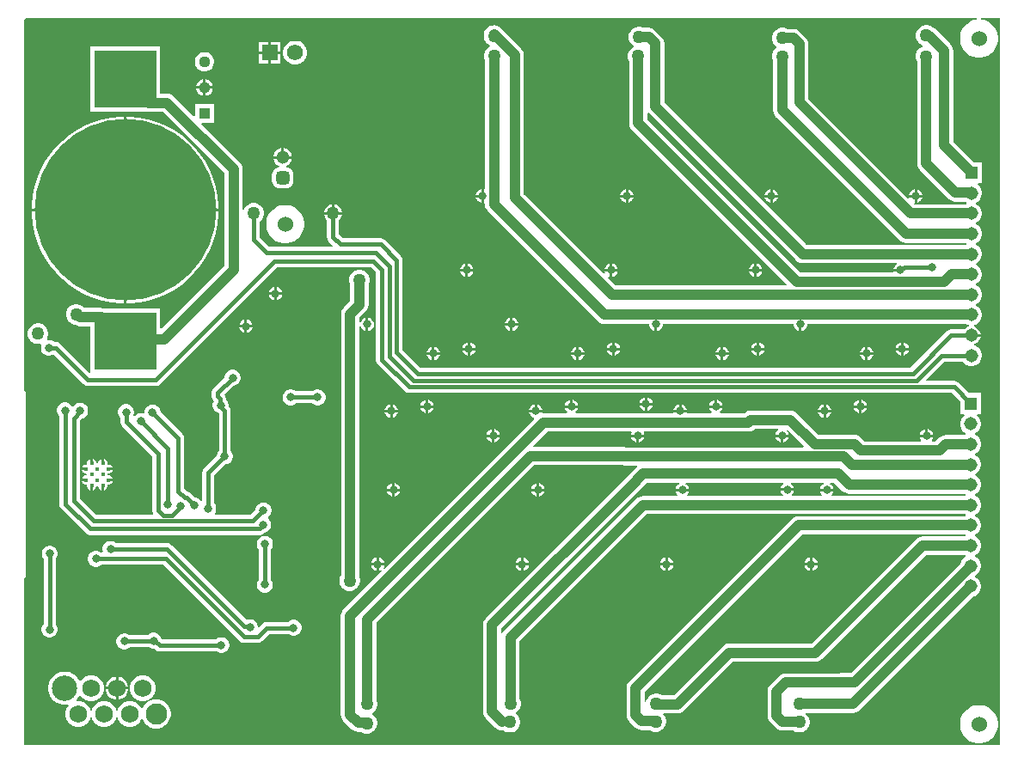
<source format=gbr>
G04*
G04 #@! TF.GenerationSoftware,Altium Limited,Altium Designer,24.0.1 (36)*
G04*
G04 Layer_Physical_Order=2*
G04 Layer_Color=16711680*
%FSLAX25Y25*%
%MOIN*%
G70*
G04*
G04 #@! TF.SameCoordinates,A2E01C4A-C41F-4235-85C4-DC12FCC8AE1E*
G04*
G04*
G04 #@! TF.FilePolarity,Positive*
G04*
G01*
G75*
%ADD80C,0.04000*%
%ADD81C,0.01600*%
%ADD82C,0.01500*%
%ADD83C,0.06000*%
%ADD84R,0.06201X0.06201*%
%ADD85C,0.06201*%
%ADD86C,0.01575*%
%ADD87R,0.04449X0.04449*%
%ADD88C,0.04449*%
%ADD89C,0.05118*%
G04:AMPARAMS|DCode=90|XSize=51.18mil|YSize=51.18mil|CornerRadius=12.8mil|HoleSize=0mil|Usage=FLASHONLY|Rotation=270.000|XOffset=0mil|YOffset=0mil|HoleType=Round|Shape=RoundedRectangle|*
%AMROUNDEDRECTD90*
21,1,0.05118,0.02559,0,0,270.0*
21,1,0.02559,0.05118,0,0,270.0*
1,1,0.02559,-0.01280,-0.01280*
1,1,0.02559,-0.01280,0.01280*
1,1,0.02559,0.01280,0.01280*
1,1,0.02559,0.01280,-0.01280*
%
%ADD90ROUNDEDRECTD90*%
%ADD91C,0.05150*%
%ADD92R,0.05150X0.05150*%
%ADD93C,0.08268*%
%ADD94C,0.06890*%
%ADD95C,0.09843*%
%ADD96C,0.05000*%
%ADD97C,0.03200*%
%ADD98R,0.24016X0.22441*%
%ADD99C,0.70472*%
G36*
X573107Y487883D02*
X573157Y487383D01*
X571840Y487121D01*
X570492Y486563D01*
X569279Y485752D01*
X568248Y484721D01*
X567437Y483508D01*
X566879Y482160D01*
X566595Y480729D01*
Y479271D01*
X566879Y477840D01*
X567437Y476492D01*
X568248Y475279D01*
X569279Y474248D01*
X570492Y473437D01*
X571840Y472879D01*
X573271Y472594D01*
X574729D01*
X576160Y472879D01*
X577508Y473437D01*
X578721Y474248D01*
X579752Y475279D01*
X580563Y476492D01*
X581121Y477840D01*
X581405Y479271D01*
Y480729D01*
X581121Y482160D01*
X580563Y483508D01*
X579752Y484721D01*
X578721Y485752D01*
X577508Y486563D01*
X576160Y487121D01*
X574844Y487383D01*
X574893Y487883D01*
X582032Y487883D01*
Y206003D01*
X582030Y206001D01*
X203882D01*
Y270718D01*
X204150Y270897D01*
X204371Y271228D01*
X204449Y271618D01*
Y342484D01*
X204371Y342874D01*
X204150Y343205D01*
X203882Y343384D01*
Y487393D01*
X204380Y487891D01*
X573107Y487883D01*
D02*
G37*
%LPC*%
G36*
X303100Y478600D02*
X299500D01*
Y475000D01*
X303100D01*
Y478600D01*
D02*
G37*
G36*
X298500D02*
X294900D01*
Y475000D01*
X298500D01*
Y478600D01*
D02*
G37*
G36*
X303100Y474000D02*
X299500D01*
Y470400D01*
X303100D01*
Y474000D01*
D02*
G37*
G36*
X298500D02*
X294900D01*
Y470400D01*
X298500D01*
Y474000D01*
D02*
G37*
G36*
X309448Y479100D02*
X308237D01*
X307067Y478787D01*
X306018Y478181D01*
X305161Y477325D01*
X304556Y476276D01*
X304242Y475106D01*
Y473894D01*
X304556Y472724D01*
X305161Y471675D01*
X306018Y470819D01*
X307067Y470213D01*
X308237Y469900D01*
X309448D01*
X310618Y470213D01*
X311667Y470819D01*
X312524Y471675D01*
X313129Y472724D01*
X313443Y473894D01*
Y475106D01*
X313129Y476276D01*
X312524Y477325D01*
X311667Y478181D01*
X310618Y478787D01*
X309448Y479100D01*
D02*
G37*
G36*
X274183Y474724D02*
X273203D01*
X272255Y474471D01*
X271406Y473980D01*
X270713Y473287D01*
X270222Y472438D01*
X269969Y471490D01*
Y470510D01*
X270222Y469562D01*
X270713Y468713D01*
X271406Y468020D01*
X272255Y467529D01*
X273203Y467276D01*
X274183D01*
X275131Y467529D01*
X275980Y468020D01*
X276673Y468713D01*
X277164Y469562D01*
X277417Y470510D01*
Y471490D01*
X277164Y472438D01*
X276673Y473287D01*
X275980Y473980D01*
X275131Y474471D01*
X274183Y474724D01*
D02*
G37*
G36*
X274193Y464204D02*
Y461500D01*
X276897D01*
X276698Y462245D01*
X276273Y462980D01*
X275673Y463580D01*
X274938Y464005D01*
X274193Y464204D01*
D02*
G37*
G36*
X273193D02*
X272448Y464005D01*
X271713Y463580D01*
X271113Y462980D01*
X270688Y462245D01*
X270489Y461500D01*
X273193D01*
Y464204D01*
D02*
G37*
G36*
X276897Y460500D02*
X274193D01*
Y457796D01*
X274938Y457995D01*
X275673Y458420D01*
X276273Y459020D01*
X276698Y459755D01*
X276897Y460500D01*
D02*
G37*
G36*
X273193D02*
X270489D01*
X270688Y459755D01*
X271113Y459020D01*
X271713Y458420D01*
X272448Y457995D01*
X273193Y457796D01*
Y460500D01*
D02*
G37*
G36*
X304500Y437488D02*
Y434437D01*
X307551D01*
X307316Y435311D01*
X306848Y436122D01*
X306185Y436785D01*
X305374Y437254D01*
X304500Y437488D01*
D02*
G37*
G36*
X303500D02*
X302626Y437254D01*
X301815Y436785D01*
X301152Y436122D01*
X300683Y435311D01*
X300449Y434437D01*
X303500D01*
Y437488D01*
D02*
G37*
G36*
X307551Y433437D02*
X304000D01*
X300449D01*
X300683Y432563D01*
X301152Y431752D01*
X301815Y431089D01*
X302602Y430635D01*
X302612Y430585D01*
X302489Y430116D01*
X301995Y430051D01*
X301319Y429770D01*
X300738Y429325D01*
X300293Y428744D01*
X300012Y428068D01*
X299917Y427343D01*
Y424783D01*
X300012Y424058D01*
X300293Y423382D01*
X300738Y422801D01*
X301319Y422356D01*
X301995Y422076D01*
X302720Y421980D01*
X305279D01*
X306005Y422076D01*
X306681Y422356D01*
X307262Y422801D01*
X307707Y423382D01*
X307987Y424058D01*
X308083Y424783D01*
Y427343D01*
X307987Y428068D01*
X307707Y428744D01*
X307262Y429325D01*
X306681Y429770D01*
X306005Y430051D01*
X305510Y430116D01*
X305388Y430585D01*
X305398Y430635D01*
X306185Y431089D01*
X306848Y431752D01*
X307316Y432563D01*
X307551Y433437D01*
D02*
G37*
G36*
X385999Y485161D02*
X385086Y485041D01*
X384684Y484874D01*
X384429Y484806D01*
X383517Y484279D01*
X382772Y483534D01*
X382246Y482622D01*
X381973Y481605D01*
Y480552D01*
X382246Y479534D01*
X382772Y478622D01*
X383517Y477878D01*
X384354Y477394D01*
X384404Y477157D01*
X384365Y476851D01*
X383545Y476378D01*
X382801Y475633D01*
X382274Y474721D01*
X382001Y473703D01*
Y472650D01*
X382274Y471633D01*
X382471Y471291D01*
Y421754D01*
X382075Y421450D01*
X381971Y421478D01*
Y418920D01*
Y416362D01*
X382075Y416390D01*
X382471Y416085D01*
Y415694D01*
X382592Y414780D01*
X382944Y413929D01*
X383505Y413198D01*
X426408Y370295D01*
X427139Y369734D01*
X427991Y369381D01*
X428904Y369261D01*
X428904Y369261D01*
X446114D01*
Y368777D01*
X446291Y368116D01*
X446633Y367523D01*
X447118Y367039D01*
X447711Y366697D01*
X448214Y366562D01*
Y369119D01*
X449214D01*
Y366562D01*
X449718Y366697D01*
X450311Y367039D01*
X450795Y367523D01*
X451137Y368116D01*
X451314Y368777D01*
Y369261D01*
X502114D01*
Y368777D01*
X502291Y368116D01*
X502633Y367523D01*
X503118Y367039D01*
X503711Y366697D01*
X504214Y366562D01*
Y369119D01*
X505214D01*
Y366562D01*
X505718Y366697D01*
X506311Y367039D01*
X506795Y367523D01*
X507137Y368116D01*
X507314Y368777D01*
Y369261D01*
X568991D01*
X569454Y368994D01*
X569976Y368854D01*
Y368336D01*
X569647Y368248D01*
X568831Y367778D01*
X568316Y367262D01*
X563202D01*
X562305Y367084D01*
X561544Y366575D01*
X547335Y352367D01*
X361913Y352367D01*
X357401D01*
X350481Y359287D01*
Y394027D01*
X350481Y394028D01*
X350302Y394925D01*
X349794Y395686D01*
X349794Y395686D01*
X343631Y401848D01*
X342870Y402357D01*
X341973Y402535D01*
X327318D01*
X325820Y404033D01*
Y409544D01*
X326361Y410085D01*
X326822Y410883D01*
X327050Y411734D01*
X320071D01*
X320299Y410883D01*
X320760Y410085D01*
X321130Y409714D01*
Y403061D01*
X321309Y402164D01*
X321817Y401403D01*
X323480Y399740D01*
X323288Y399278D01*
X298706D01*
X295084Y402900D01*
Y408955D01*
X295246Y409049D01*
X295991Y409793D01*
X296518Y410705D01*
X296790Y411723D01*
Y412776D01*
X296518Y413793D01*
X295991Y414705D01*
X295246Y415450D01*
X294334Y415977D01*
X293317Y416249D01*
X292264D01*
X291246Y415977D01*
X290334Y415450D01*
X289589Y414705D01*
X289063Y413793D01*
X288993Y413534D01*
X288493Y413600D01*
Y429305D01*
X288373Y430218D01*
X288020Y431070D01*
X287459Y431801D01*
X272447Y446814D01*
X272638Y447276D01*
X277417D01*
Y454724D01*
X269969D01*
Y449945D01*
X269507Y449754D01*
X261697Y457563D01*
X260966Y458124D01*
X260115Y458477D01*
X259201Y458597D01*
X256508D01*
Y477008D01*
X229492D01*
Y451567D01*
X251991D01*
X252221Y451537D01*
X257739D01*
X281433Y427842D01*
Y391891D01*
X256970Y367428D01*
X256508Y367619D01*
Y375433D01*
X234009D01*
X233780Y375463D01*
X227210D01*
X227194Y375490D01*
X226449Y376235D01*
X225537Y376762D01*
X224520Y377034D01*
X223466D01*
X222449Y376762D01*
X221537Y376235D01*
X220792Y375490D01*
X220266Y374578D01*
X219993Y373561D01*
Y372508D01*
X220266Y371491D01*
X220792Y370578D01*
X221537Y369834D01*
X222449Y369307D01*
X223354Y369065D01*
X223600Y368876D01*
X224451Y368523D01*
X225365Y368403D01*
X229492D01*
Y350491D01*
X228992Y350284D01*
X217610Y361666D01*
X216849Y362174D01*
X215952Y362353D01*
X215410D01*
X215275Y362488D01*
X214568Y362896D01*
X213779Y363108D01*
X212990D01*
X212912Y363184D01*
X212666Y363546D01*
X212879Y363915D01*
X213152Y364932D01*
Y365986D01*
X212879Y367003D01*
X212352Y367915D01*
X211608Y368660D01*
X210696Y369186D01*
X209678Y369459D01*
X208625D01*
X207608Y369186D01*
X206696Y368660D01*
X205951Y367915D01*
X205424Y367003D01*
X205152Y365986D01*
Y364932D01*
X205424Y363915D01*
X205951Y363003D01*
X206696Y362258D01*
X207608Y361732D01*
X208625Y361459D01*
X209678D01*
X210121Y361578D01*
X210369Y361321D01*
X210469Y361153D01*
X210271Y360416D01*
Y359600D01*
X210483Y358811D01*
X210891Y358104D01*
X211468Y357527D01*
X212175Y357119D01*
X212963Y356908D01*
X213779D01*
X214568Y357119D01*
X215174Y357469D01*
X226833Y345811D01*
X227593Y345302D01*
X228491Y345124D01*
X254801D01*
X255699Y345302D01*
X256459Y345811D01*
X301801Y391153D01*
X338261D01*
X340130Y389284D01*
Y355320D01*
X340308Y354423D01*
X340817Y353662D01*
X351336Y343143D01*
X351336Y343143D01*
X352097Y342634D01*
X352994Y342456D01*
X563345D01*
X566662Y339139D01*
Y334306D01*
X568167D01*
X568301Y333806D01*
X568235Y333767D01*
X567476Y333009D01*
X566939Y332079D01*
X566662Y331043D01*
Y329970D01*
X566939Y328934D01*
X567476Y328005D01*
X568235Y327246D01*
X568682Y326988D01*
X568730Y326415D01*
X568455Y326163D01*
X561053D01*
X560139Y326043D01*
X559288Y325690D01*
X558557Y325129D01*
X557192Y323764D01*
X555842D01*
X555635Y324264D01*
X555691Y324320D01*
X556034Y324913D01*
X556169Y325417D01*
X551053D01*
X551188Y324913D01*
X551530Y324320D01*
X551586Y324264D01*
X551379Y323764D01*
X529575D01*
X528104Y325236D01*
X527373Y325797D01*
X526521Y326149D01*
X525607Y326270D01*
X518017D01*
X518017Y326270D01*
X517205Y326163D01*
X511781D01*
X503376Y334569D01*
X502645Y335129D01*
X501793Y335482D01*
X500879Y335602D01*
X485500D01*
X484586Y335482D01*
X483735Y335129D01*
X483099Y334641D01*
X473649D01*
X473515Y335141D01*
X473548Y335161D01*
X474032Y335645D01*
X474375Y336238D01*
X474510Y336741D01*
X469394D01*
X469529Y336238D01*
X469871Y335645D01*
X470356Y335161D01*
X470389Y335141D01*
X470255Y334641D01*
X460984D01*
X460725Y334978D01*
X455486D01*
X455227Y334641D01*
X417649D01*
X417515Y335141D01*
X417548Y335161D01*
X418032Y335645D01*
X418375Y336238D01*
X418510Y336741D01*
X413394D01*
X413529Y336238D01*
X413871Y335645D01*
X414356Y335161D01*
X414389Y335141D01*
X414255Y334641D01*
X405206D01*
X405206Y334641D01*
X404996Y334614D01*
X404676Y334978D01*
X399548D01*
X399683Y334475D01*
X400025Y333882D01*
X400509Y333398D01*
X401102Y333056D01*
X401377Y332982D01*
X401526Y332424D01*
X343302Y274200D01*
X342935Y274520D01*
X343277Y275113D01*
X343412Y275616D01*
X341354D01*
Y273558D01*
X341858Y273693D01*
X342451Y274036D01*
X342771Y273668D01*
X327590Y258488D01*
X327029Y257757D01*
X326676Y256905D01*
X326556Y255992D01*
Y217721D01*
X326676Y216807D01*
X327029Y215956D01*
X327590Y215225D01*
X330778Y212036D01*
X331510Y211475D01*
X332361Y211123D01*
X333275Y211002D01*
X333275Y211002D01*
X334381D01*
X335053Y210614D01*
X336071Y210341D01*
X337124D01*
X338141Y210614D01*
X339053Y211140D01*
X339798Y211885D01*
X340325Y212797D01*
X340597Y213815D01*
Y214868D01*
X340325Y215885D01*
X339798Y216797D01*
X339053Y217542D01*
X338676Y217760D01*
Y218337D01*
X339220Y218651D01*
X339965Y219396D01*
X340491Y220308D01*
X340764Y221325D01*
Y222378D01*
X340491Y223396D01*
X340294Y223737D01*
Y253251D01*
X401496Y314452D01*
X435905D01*
X436668Y314352D01*
X436668Y314352D01*
X441313D01*
X441482Y313852D01*
X441385Y313777D01*
X436196Y308588D01*
X435851Y308138D01*
X382674Y254962D01*
X382113Y254231D01*
X381761Y253379D01*
X381641Y252466D01*
Y218930D01*
X381761Y218017D01*
X382113Y217165D01*
X382674Y216434D01*
X386577Y212531D01*
X387308Y211970D01*
X388160Y211617D01*
X389073Y211497D01*
X389724Y211583D01*
X390545Y211109D01*
X391562Y210836D01*
X392616D01*
X393633Y211109D01*
X394545Y211635D01*
X395290Y212380D01*
X395816Y213292D01*
X396089Y214310D01*
Y215363D01*
X395816Y216380D01*
X395290Y217292D01*
X394545Y218037D01*
X394485Y218072D01*
Y218571D01*
X394760Y218730D01*
X395504Y219475D01*
X396031Y220387D01*
X396304Y221404D01*
Y222458D01*
X396031Y223475D01*
X395834Y223816D01*
Y246243D01*
X445071Y295480D01*
X568651D01*
X568707Y295372D01*
X568730Y294919D01*
X568455Y294667D01*
X503969D01*
X503055Y294546D01*
X502204Y294194D01*
X501472Y293633D01*
X438368Y230528D01*
X437806Y229797D01*
X437454Y228945D01*
X437333Y228031D01*
Y217578D01*
X437454Y216664D01*
X437806Y215813D01*
X438368Y215082D01*
X440711Y212739D01*
X441442Y212178D01*
X442293Y211825D01*
X443207Y211705D01*
X446394D01*
X447067Y211316D01*
X448085Y211044D01*
X449138D01*
X450155Y211316D01*
X451067Y211843D01*
X451812Y212587D01*
X452339Y213499D01*
X452611Y214517D01*
Y215570D01*
X452339Y216587D01*
X451812Y217499D01*
X451558Y217754D01*
X451750Y218216D01*
X453055D01*
X453389Y218172D01*
X457090D01*
X458004Y218292D01*
X458855Y218645D01*
X459586Y219206D01*
X478627Y238247D01*
X510471D01*
X511385Y238367D01*
X512236Y238720D01*
X512967Y239281D01*
X553419Y279732D01*
X568702D01*
X568906Y279614D01*
Y279037D01*
X568235Y278649D01*
X567476Y277890D01*
X566939Y276961D01*
X566801Y276446D01*
X524261Y233905D01*
X521158D01*
X520244Y233785D01*
X520196Y233765D01*
X499056D01*
X498142Y233645D01*
X497291Y233292D01*
X496559Y232731D01*
X493062Y229234D01*
X492501Y228503D01*
X492149Y227652D01*
X492028Y226738D01*
Y217366D01*
X492149Y216452D01*
X492501Y215600D01*
X493062Y214869D01*
X495420Y212512D01*
X495420Y212512D01*
X496151Y211951D01*
X497002Y211598D01*
X497916Y211478D01*
X502085D01*
X502758Y211089D01*
X503775Y210817D01*
X504828D01*
X505846Y211089D01*
X506758Y211616D01*
X507503Y212361D01*
X508029Y213273D01*
X508302Y214290D01*
Y215344D01*
X508029Y216361D01*
X507503Y217273D01*
X506832Y217944D01*
X506895Y218247D01*
X507013Y218444D01*
X525196D01*
X526110Y218564D01*
X526961Y218917D01*
X527693Y219478D01*
X571794Y263579D01*
X572309Y263717D01*
X573239Y264254D01*
X573997Y265012D01*
X574534Y265942D01*
X574811Y266978D01*
Y268051D01*
X574534Y269087D01*
X573997Y270016D01*
X573239Y270775D01*
X572567Y271163D01*
Y271740D01*
X573239Y272128D01*
X573997Y272886D01*
X574534Y273816D01*
X574811Y274852D01*
Y275925D01*
X574534Y276961D01*
X573997Y277890D01*
X573239Y278649D01*
X572567Y279037D01*
Y279614D01*
X573239Y280002D01*
X573997Y280761D01*
X574534Y281690D01*
X574811Y282726D01*
Y283799D01*
X574534Y284835D01*
X573997Y285765D01*
X573239Y286523D01*
X572567Y286911D01*
Y287488D01*
X573239Y287876D01*
X573997Y288634D01*
X574534Y289564D01*
X574811Y290600D01*
Y291673D01*
X574534Y292709D01*
X573997Y293638D01*
X573239Y294397D01*
X572567Y294785D01*
Y295362D01*
X573239Y295750D01*
X573997Y296509D01*
X574534Y297438D01*
X574811Y298474D01*
Y299547D01*
X574534Y300583D01*
X573997Y301513D01*
X573239Y302271D01*
X572567Y302659D01*
Y303236D01*
X573239Y303624D01*
X573997Y304382D01*
X574534Y305312D01*
X574811Y306348D01*
Y307421D01*
X574534Y308457D01*
X573997Y309386D01*
X573239Y310145D01*
X572567Y310533D01*
Y311110D01*
X573239Y311498D01*
X573997Y312257D01*
X574534Y313186D01*
X574811Y314222D01*
Y315295D01*
X574534Y316331D01*
X573997Y317261D01*
X573239Y318019D01*
X572567Y318407D01*
Y318984D01*
X573239Y319372D01*
X573997Y320131D01*
X574534Y321060D01*
X574811Y322096D01*
Y323169D01*
X574534Y324205D01*
X573997Y325134D01*
X573239Y325893D01*
X572567Y326281D01*
Y326858D01*
X573239Y327246D01*
X573997Y328005D01*
X574534Y328934D01*
X574811Y329970D01*
Y331043D01*
X574534Y332079D01*
X573997Y333009D01*
X573239Y333767D01*
X573172Y333806D01*
X573306Y334306D01*
X574811D01*
Y342455D01*
X569978D01*
X565975Y346459D01*
X565214Y346967D01*
X564317Y347146D01*
X553591D01*
X553400Y347608D01*
X560541Y354749D01*
X567646D01*
X567766Y354541D01*
X568524Y353782D01*
X569454Y353246D01*
X570490Y352968D01*
X571563D01*
X572599Y353246D01*
X573528Y353782D01*
X574287Y354541D01*
X574824Y355470D01*
X575101Y356506D01*
Y357579D01*
X574824Y358616D01*
X574287Y359545D01*
X573528Y360304D01*
X572599Y360840D01*
X572077Y360980D01*
Y361498D01*
X572406Y361586D01*
X573221Y362056D01*
X573887Y362722D01*
X574358Y363537D01*
X574593Y364417D01*
X571026D01*
Y365417D01*
X574593D01*
X574358Y366297D01*
X573887Y367112D01*
X573221Y367778D01*
X572406Y368248D01*
X572077Y368336D01*
Y368854D01*
X572599Y368994D01*
X573528Y369530D01*
X574287Y370289D01*
X574824Y371218D01*
X575101Y372255D01*
Y373327D01*
X574824Y374364D01*
X574287Y375293D01*
X573528Y376052D01*
X572857Y376439D01*
Y377017D01*
X573528Y377404D01*
X574287Y378163D01*
X574824Y379092D01*
X575101Y380129D01*
Y381202D01*
X574824Y382238D01*
X574287Y383167D01*
X573528Y383926D01*
X572857Y384313D01*
Y384891D01*
X573528Y385278D01*
X574287Y386037D01*
X574824Y386966D01*
X575101Y388003D01*
Y389075D01*
X574824Y390112D01*
X574287Y391041D01*
X573528Y391800D01*
X572857Y392187D01*
Y392765D01*
X573528Y393152D01*
X574287Y393911D01*
X574824Y394840D01*
X575101Y395877D01*
Y396950D01*
X574824Y397986D01*
X574287Y398915D01*
X573528Y399674D01*
X572857Y400061D01*
Y400639D01*
X573528Y401026D01*
X574287Y401785D01*
X574824Y402714D01*
X575101Y403751D01*
Y404823D01*
X574824Y405860D01*
X574287Y406789D01*
X573528Y407548D01*
X572857Y407935D01*
Y408513D01*
X573528Y408900D01*
X574287Y409659D01*
X574824Y410588D01*
X575101Y411625D01*
Y412698D01*
X574824Y413734D01*
X574287Y414663D01*
X573528Y415422D01*
X572857Y415809D01*
Y416387D01*
X573528Y416775D01*
X574287Y417533D01*
X574824Y418462D01*
X575101Y419499D01*
Y420572D01*
X574824Y421608D01*
X574287Y422537D01*
X573528Y423296D01*
X573462Y423334D01*
X573596Y423834D01*
X575101D01*
Y431984D01*
X571944D01*
X563957Y439971D01*
Y475442D01*
X563837Y476355D01*
X563484Y477207D01*
X562923Y477938D01*
X557405Y483457D01*
X556673Y484018D01*
X556177Y484223D01*
X556048Y484352D01*
X555136Y484879D01*
X554118Y485152D01*
X553065D01*
X552048Y484879D01*
X551136Y484352D01*
X550391Y483608D01*
X549864Y482696D01*
X549592Y481678D01*
Y480625D01*
X549864Y479608D01*
X550391Y478696D01*
X551136Y477951D01*
X552048Y477424D01*
X552227Y477376D01*
Y476859D01*
X551912Y476774D01*
X551000Y476247D01*
X550255Y475503D01*
X549728Y474590D01*
X549456Y473573D01*
Y472520D01*
X549728Y471503D01*
X549926Y471161D01*
Y431581D01*
X550046Y430668D01*
X550399Y429816D01*
X550960Y429085D01*
X562286Y417759D01*
X563017Y417198D01*
X563869Y416845D01*
X564782Y416725D01*
X568610D01*
X568972Y416516D01*
X569019Y415944D01*
X568745Y415691D01*
X548998D01*
X548865Y415873D01*
X548971Y416052D01*
Y418420D01*
X546913D01*
X546949Y418285D01*
X546501Y418026D01*
X507915Y456611D01*
Y477860D01*
X507795Y478774D01*
X507442Y479626D01*
X506881Y480357D01*
X504538Y482700D01*
X503807Y483261D01*
X502956Y483614D01*
X502042Y483734D01*
X499606D01*
X499264Y483931D01*
X498247Y484204D01*
X497193D01*
X496176Y483931D01*
X495264Y483404D01*
X494519Y482660D01*
X493993Y481748D01*
X493720Y480730D01*
Y479677D01*
X493993Y478660D01*
X494519Y477748D01*
X495264Y477003D01*
X495413Y476917D01*
Y476416D01*
X495222Y476306D01*
X494477Y475561D01*
X493951Y474649D01*
X493678Y473632D01*
Y472578D01*
X493951Y471561D01*
X494148Y471219D01*
Y452204D01*
X494268Y451290D01*
X494621Y450439D01*
X495182Y449708D01*
X543098Y401791D01*
X543829Y401230D01*
X544681Y400877D01*
X545595Y400757D01*
X568940D01*
X568997Y400648D01*
X569019Y400196D01*
X568745Y399943D01*
X507151D01*
X451949Y455145D01*
Y478264D01*
X451829Y479178D01*
X451476Y480029D01*
X450915Y480760D01*
X448572Y483103D01*
X447841Y483664D01*
X446990Y484017D01*
X446076Y484137D01*
X444033D01*
X443692Y484335D01*
X442674Y484607D01*
X441621D01*
X440604Y484335D01*
X439692Y483808D01*
X438947Y483063D01*
X438420Y482151D01*
X438148Y481134D01*
Y480080D01*
X438420Y479063D01*
X438947Y478151D01*
X439692Y477406D01*
X439994Y477232D01*
Y476654D01*
X439458Y476345D01*
X438713Y475600D01*
X438187Y474688D01*
X437914Y473671D01*
Y472618D01*
X438187Y471600D01*
X438384Y471259D01*
Y447124D01*
X438504Y446211D01*
X438857Y445359D01*
X439418Y444628D01*
X499389Y384657D01*
X499198Y384195D01*
X433135D01*
X430024Y387306D01*
X430331Y387706D01*
X430351Y387695D01*
X430854Y387560D01*
Y389618D01*
X428796D01*
X428931Y389114D01*
X428943Y389094D01*
X428543Y388787D01*
X397570Y419760D01*
Y473591D01*
X397449Y474504D01*
X397097Y475356D01*
X396536Y476087D01*
X389291Y483332D01*
X389174Y483534D01*
X388429Y484279D01*
X387896Y484587D01*
X387765Y484688D01*
X387611Y484752D01*
X387517Y484806D01*
X387412Y484834D01*
X386913Y485041D01*
X385999Y485161D01*
D02*
G37*
G36*
X549971Y421478D02*
Y419420D01*
X552029D01*
X551894Y419923D01*
X551551Y420516D01*
X551067Y421000D01*
X550474Y421343D01*
X549971Y421478D01*
D02*
G37*
G36*
X548971D02*
X548467Y421343D01*
X547874Y421000D01*
X547390Y420516D01*
X547048Y419923D01*
X546913Y419420D01*
X548971D01*
Y421478D01*
D02*
G37*
G36*
X493971D02*
Y419420D01*
X496029D01*
X495894Y419923D01*
X495551Y420516D01*
X495067Y421000D01*
X494474Y421343D01*
X493971Y421478D01*
D02*
G37*
G36*
X492971D02*
X492467Y421343D01*
X491874Y421000D01*
X491390Y420516D01*
X491048Y419923D01*
X490913Y419420D01*
X492971D01*
Y421478D01*
D02*
G37*
G36*
X437971D02*
Y419420D01*
X440028D01*
X439894Y419923D01*
X439551Y420516D01*
X439067Y421000D01*
X438474Y421343D01*
X437971Y421478D01*
D02*
G37*
G36*
X436971D02*
X436467Y421343D01*
X435874Y421000D01*
X435390Y420516D01*
X435048Y419923D01*
X434913Y419420D01*
X436971D01*
Y421478D01*
D02*
G37*
G36*
X380971D02*
X380467Y421343D01*
X379874Y421000D01*
X379390Y420516D01*
X379048Y419923D01*
X378913Y419420D01*
X380971D01*
Y421478D01*
D02*
G37*
G36*
X552029Y418420D02*
X549971D01*
Y416362D01*
X550474Y416497D01*
X551067Y416839D01*
X551551Y417323D01*
X551894Y417916D01*
X552029Y418420D01*
D02*
G37*
G36*
X496029D02*
X493971D01*
Y416362D01*
X494474Y416497D01*
X495067Y416839D01*
X495551Y417323D01*
X495894Y417916D01*
X496029Y418420D01*
D02*
G37*
G36*
X492971D02*
X490913D01*
X491048Y417916D01*
X491390Y417323D01*
X491874Y416839D01*
X492467Y416497D01*
X492971Y416362D01*
Y418420D01*
D02*
G37*
G36*
X440028D02*
X437971D01*
Y416362D01*
X438474Y416497D01*
X439067Y416839D01*
X439551Y417323D01*
X439894Y417916D01*
X440028Y418420D01*
D02*
G37*
G36*
X436971D02*
X434913D01*
X435048Y417916D01*
X435390Y417323D01*
X435874Y416839D01*
X436467Y416497D01*
X436971Y416362D01*
Y418420D01*
D02*
G37*
G36*
X380971D02*
X378913D01*
X379048Y417916D01*
X379390Y417323D01*
X379874Y416839D01*
X380467Y416497D01*
X380971Y416362D01*
Y418420D01*
D02*
G37*
G36*
X244780Y449736D02*
X243500D01*
Y414000D01*
X279236D01*
Y415280D01*
X278887Y418823D01*
X278193Y422315D01*
X277159Y425722D01*
X275797Y429012D01*
X274118Y432152D01*
X272140Y435112D01*
X269882Y437864D01*
X267364Y440382D01*
X264612Y442640D01*
X261652Y444618D01*
X258512Y446297D01*
X255222Y447659D01*
X251815Y448693D01*
X248323Y449387D01*
X244780Y449736D01*
D02*
G37*
G36*
X242500D02*
X241220D01*
X237677Y449387D01*
X234185Y448693D01*
X230778Y447659D01*
X227488Y446297D01*
X224348Y444618D01*
X221388Y442640D01*
X218636Y440382D01*
X216118Y437864D01*
X213860Y435112D01*
X211882Y432152D01*
X210203Y429012D01*
X208841Y425722D01*
X207807Y422315D01*
X207113Y418823D01*
X206764Y415280D01*
Y414000D01*
X242500D01*
Y449736D01*
D02*
G37*
G36*
X324060Y415723D02*
Y412734D01*
X327050D01*
X326822Y413585D01*
X326361Y414383D01*
X325709Y415034D01*
X324911Y415495D01*
X324060Y415723D01*
D02*
G37*
G36*
X323060D02*
X322209Y415495D01*
X321411Y415034D01*
X320760Y414383D01*
X320299Y413585D01*
X320071Y412734D01*
X323060D01*
Y415723D01*
D02*
G37*
G36*
X305729Y415406D02*
X304271D01*
X302840Y415121D01*
X301492Y414563D01*
X300279Y413752D01*
X299248Y412721D01*
X298437Y411508D01*
X297879Y410160D01*
X297594Y408729D01*
Y407271D01*
X297879Y405840D01*
X298437Y404492D01*
X299248Y403279D01*
X300279Y402248D01*
X301492Y401437D01*
X302840Y400879D01*
X304271Y400595D01*
X305729D01*
X307160Y400879D01*
X308508Y401437D01*
X309721Y402248D01*
X310752Y403279D01*
X311563Y404492D01*
X312121Y405840D01*
X312405Y407271D01*
Y408729D01*
X312121Y410160D01*
X311563Y411508D01*
X310752Y412721D01*
X309721Y413752D01*
X308508Y414563D01*
X307160Y415121D01*
X305729Y415406D01*
D02*
G37*
G36*
X487854Y392675D02*
Y390618D01*
X489912D01*
X489777Y391121D01*
X489435Y391714D01*
X488951Y392198D01*
X488358Y392540D01*
X487854Y392675D01*
D02*
G37*
G36*
X486854D02*
X486351Y392540D01*
X485758Y392198D01*
X485274Y391714D01*
X484931Y391121D01*
X484796Y390618D01*
X486854D01*
Y392675D01*
D02*
G37*
G36*
X431854D02*
Y390618D01*
X433912D01*
X433777Y391121D01*
X433435Y391714D01*
X432951Y392198D01*
X432358Y392540D01*
X431854Y392675D01*
D02*
G37*
G36*
X430854D02*
X430351Y392540D01*
X429758Y392198D01*
X429274Y391714D01*
X428931Y391121D01*
X428796Y390618D01*
X430854D01*
Y392675D01*
D02*
G37*
G36*
X375854D02*
Y390618D01*
X377912D01*
X377777Y391121D01*
X377435Y391714D01*
X376951Y392198D01*
X376358Y392540D01*
X375854Y392675D01*
D02*
G37*
G36*
X374854D02*
X374351Y392540D01*
X373758Y392198D01*
X373274Y391714D01*
X372931Y391121D01*
X372797Y390618D01*
X374854D01*
Y392675D01*
D02*
G37*
G36*
X489912Y389618D02*
X487854D01*
Y387560D01*
X488358Y387695D01*
X488951Y388037D01*
X489435Y388521D01*
X489777Y389114D01*
X489912Y389618D01*
D02*
G37*
G36*
X486854D02*
X484796D01*
X484931Y389114D01*
X485274Y388521D01*
X485758Y388037D01*
X486351Y387695D01*
X486854Y387560D01*
Y389618D01*
D02*
G37*
G36*
X433912D02*
X431854D01*
Y387560D01*
X432358Y387695D01*
X432951Y388037D01*
X433435Y388521D01*
X433777Y389114D01*
X433912Y389618D01*
D02*
G37*
G36*
X377912D02*
X375854D01*
Y387560D01*
X376358Y387695D01*
X376951Y388037D01*
X377435Y388521D01*
X377777Y389114D01*
X377912Y389618D01*
D02*
G37*
G36*
X374854D02*
X372797D01*
X372931Y389114D01*
X373274Y388521D01*
X373758Y388037D01*
X374351Y387695D01*
X374854Y387560D01*
Y389618D01*
D02*
G37*
G36*
X301726Y383662D02*
Y381604D01*
X303784D01*
X303649Y382108D01*
X303307Y382701D01*
X302823Y383185D01*
X302230Y383527D01*
X301726Y383662D01*
D02*
G37*
G36*
X300726D02*
X300223Y383527D01*
X299630Y383185D01*
X299146Y382701D01*
X298804Y382108D01*
X298669Y381604D01*
X300726D01*
Y383662D01*
D02*
G37*
G36*
X303784Y380604D02*
X301726D01*
Y378546D01*
X302230Y378681D01*
X302823Y379024D01*
X303307Y379508D01*
X303649Y380101D01*
X303784Y380604D01*
D02*
G37*
G36*
X300726D02*
X298669D01*
X298804Y380101D01*
X299146Y379508D01*
X299630Y379024D01*
X300223Y378681D01*
X300726Y378546D01*
Y380604D01*
D02*
G37*
G36*
X279236Y413000D02*
X243500D01*
Y377264D01*
X244780D01*
X248323Y377613D01*
X251815Y378307D01*
X255222Y379341D01*
X258512Y380703D01*
X261652Y382382D01*
X264612Y384360D01*
X267364Y386618D01*
X269882Y389136D01*
X272140Y391888D01*
X274118Y394848D01*
X275797Y397988D01*
X277159Y401278D01*
X278193Y404685D01*
X278887Y408177D01*
X279236Y411720D01*
Y413000D01*
D02*
G37*
G36*
X242500D02*
X206764D01*
Y411720D01*
X207113Y408177D01*
X207807Y404685D01*
X208841Y401278D01*
X210203Y397988D01*
X211882Y394848D01*
X213860Y391888D01*
X216118Y389136D01*
X218636Y386618D01*
X221388Y384360D01*
X224348Y382382D01*
X227488Y380703D01*
X230778Y379341D01*
X234185Y378307D01*
X237677Y377613D01*
X241220Y377264D01*
X242500D01*
Y413000D01*
D02*
G37*
G36*
X393214Y371677D02*
Y369619D01*
X395272D01*
X395137Y370123D01*
X394795Y370716D01*
X394310Y371200D01*
X393718Y371542D01*
X393214Y371677D01*
D02*
G37*
G36*
X392214D02*
X391710Y371542D01*
X391118Y371200D01*
X390634Y370716D01*
X390291Y370123D01*
X390156Y369619D01*
X392214D01*
Y371677D01*
D02*
G37*
G36*
X290249Y370951D02*
Y368893D01*
X292306D01*
X292171Y369396D01*
X291829Y369989D01*
X291345Y370474D01*
X290752Y370816D01*
X290249Y370951D01*
D02*
G37*
G36*
X289249D02*
X288745Y370816D01*
X288152Y370474D01*
X287668Y369989D01*
X287326Y369396D01*
X287191Y368893D01*
X289249D01*
Y370951D01*
D02*
G37*
G36*
X395272Y368619D02*
X393214D01*
Y366562D01*
X393718Y366697D01*
X394310Y367039D01*
X394795Y367523D01*
X395137Y368116D01*
X395272Y368619D01*
D02*
G37*
G36*
X392214D02*
X390156D01*
X390291Y368116D01*
X390634Y367523D01*
X391118Y367039D01*
X391710Y366697D01*
X392214Y366562D01*
Y368619D01*
D02*
G37*
G36*
X337214Y371677D02*
Y369119D01*
Y366562D01*
X337718Y366697D01*
X338311Y367039D01*
X338587Y367315D01*
X338805Y367461D01*
X339314Y368222D01*
X339492Y369119D01*
X339314Y370017D01*
X338805Y370778D01*
X338587Y370923D01*
X338311Y371200D01*
X337718Y371542D01*
X337214Y371677D01*
D02*
G37*
G36*
X334277Y390323D02*
X333224D01*
X332206Y390051D01*
X331294Y389524D01*
X330549Y388779D01*
X330023Y387867D01*
X329750Y386850D01*
Y385797D01*
X330023Y384779D01*
X330220Y384438D01*
Y378143D01*
X327654Y375577D01*
X327093Y374846D01*
X326740Y373995D01*
X326620Y373081D01*
Y271860D01*
X326251Y271222D01*
X325979Y270205D01*
Y269151D01*
X326251Y268134D01*
X326778Y267222D01*
X327523Y266477D01*
X328435Y265951D01*
X329452Y265678D01*
X330505D01*
X331523Y265951D01*
X332435Y266477D01*
X333179Y267222D01*
X333706Y268134D01*
X333979Y269151D01*
Y270205D01*
X333706Y271222D01*
X333680Y271267D01*
Y368464D01*
X334180Y368530D01*
X334291Y368116D01*
X334633Y367523D01*
X335118Y367039D01*
X335711Y366697D01*
X336214Y366562D01*
Y369119D01*
Y371677D01*
X335711Y371542D01*
X335118Y371200D01*
X334633Y370716D01*
X334291Y370123D01*
X334180Y369709D01*
X333680Y369775D01*
Y371619D01*
X336246Y374185D01*
X336807Y374916D01*
X337160Y375767D01*
X337280Y376681D01*
Y384438D01*
X337477Y384779D01*
X337750Y385797D01*
Y386850D01*
X337477Y387867D01*
X336951Y388779D01*
X336206Y389524D01*
X335294Y390051D01*
X334277Y390323D01*
D02*
G37*
G36*
X292306Y367893D02*
X290249D01*
Y365835D01*
X290752Y365970D01*
X291345Y366312D01*
X291829Y366796D01*
X292171Y367389D01*
X292306Y367893D01*
D02*
G37*
G36*
X289249D02*
X287191D01*
X287326Y367389D01*
X287668Y366796D01*
X288152Y366312D01*
X288745Y365970D01*
X289249Y365835D01*
Y367893D01*
D02*
G37*
G36*
X544720Y362115D02*
Y360058D01*
X546777D01*
X546642Y360561D01*
X546300Y361154D01*
X545816Y361638D01*
X545223Y361980D01*
X544720Y362115D01*
D02*
G37*
G36*
X543719D02*
X543216Y361980D01*
X542623Y361638D01*
X542139Y361154D01*
X541797Y360561D01*
X541662Y360058D01*
X543719D01*
Y362115D01*
D02*
G37*
G36*
X488720D02*
Y360058D01*
X490777D01*
X490642Y360561D01*
X490300Y361154D01*
X489816Y361638D01*
X489223Y361980D01*
X488720Y362115D01*
D02*
G37*
G36*
X487719D02*
X487216Y361980D01*
X486623Y361638D01*
X486139Y361154D01*
X485797Y360561D01*
X485662Y360058D01*
X487719D01*
Y362115D01*
D02*
G37*
G36*
X432720D02*
Y360058D01*
X434777D01*
X434642Y360561D01*
X434300Y361154D01*
X433816Y361638D01*
X433223Y361980D01*
X432720Y362115D01*
D02*
G37*
G36*
X431719D02*
X431216Y361980D01*
X430623Y361638D01*
X430139Y361154D01*
X429797Y360561D01*
X429662Y360058D01*
X431719D01*
Y362115D01*
D02*
G37*
G36*
X376719D02*
Y360058D01*
X378777D01*
X378642Y360561D01*
X378300Y361154D01*
X377816Y361638D01*
X377223Y361980D01*
X376719Y362115D01*
D02*
G37*
G36*
X375719D02*
X375216Y361980D01*
X374623Y361638D01*
X374139Y361154D01*
X373797Y360561D01*
X373662Y360058D01*
X375719D01*
Y362115D01*
D02*
G37*
G36*
X530873Y360352D02*
Y358295D01*
X532931D01*
X532796Y358798D01*
X532453Y359391D01*
X531969Y359875D01*
X531377Y360218D01*
X530873Y360352D01*
D02*
G37*
G36*
X529873D02*
X529369Y360218D01*
X528777Y359875D01*
X528293Y359391D01*
X527950Y358798D01*
X527815Y358295D01*
X529873D01*
Y360352D01*
D02*
G37*
G36*
X474873D02*
Y358295D01*
X476931D01*
X476796Y358798D01*
X476453Y359391D01*
X475969Y359875D01*
X475377Y360218D01*
X474873Y360352D01*
D02*
G37*
G36*
X473873D02*
X473369Y360218D01*
X472777Y359875D01*
X472293Y359391D01*
X471950Y358798D01*
X471815Y358295D01*
X473873D01*
Y360352D01*
D02*
G37*
G36*
X418873D02*
Y358295D01*
X420931D01*
X420796Y358798D01*
X420454Y359391D01*
X419969Y359875D01*
X419377Y360218D01*
X418873Y360352D01*
D02*
G37*
G36*
X417873D02*
X417369Y360218D01*
X416777Y359875D01*
X416292Y359391D01*
X415950Y358798D01*
X415815Y358295D01*
X417873D01*
Y360352D01*
D02*
G37*
G36*
X362873D02*
Y358295D01*
X364931D01*
X364796Y358798D01*
X364454Y359391D01*
X363969Y359875D01*
X363376Y360218D01*
X362873Y360352D01*
D02*
G37*
G36*
X361873D02*
X361369Y360218D01*
X360776Y359875D01*
X360293Y359391D01*
X359950Y358798D01*
X359815Y358295D01*
X361873D01*
Y360352D01*
D02*
G37*
G36*
X546777Y359058D02*
X544720D01*
Y357000D01*
X545223Y357135D01*
X545816Y357477D01*
X546300Y357961D01*
X546642Y358554D01*
X546777Y359058D01*
D02*
G37*
G36*
X543719D02*
X541662D01*
X541797Y358554D01*
X542139Y357961D01*
X542623Y357477D01*
X543216Y357135D01*
X543719Y357000D01*
Y359058D01*
D02*
G37*
G36*
X490777D02*
X488720D01*
Y357000D01*
X489223Y357135D01*
X489816Y357477D01*
X490300Y357961D01*
X490642Y358554D01*
X490777Y359058D01*
D02*
G37*
G36*
X487719D02*
X485662D01*
X485797Y358554D01*
X486139Y357961D01*
X486623Y357477D01*
X487216Y357135D01*
X487719Y357000D01*
Y359058D01*
D02*
G37*
G36*
X434777D02*
X432720D01*
Y357000D01*
X433223Y357135D01*
X433816Y357477D01*
X434300Y357961D01*
X434642Y358554D01*
X434777Y359058D01*
D02*
G37*
G36*
X431719D02*
X429662D01*
X429797Y358554D01*
X430139Y357961D01*
X430623Y357477D01*
X431216Y357135D01*
X431719Y357000D01*
Y359058D01*
D02*
G37*
G36*
X378777D02*
X376719D01*
Y357000D01*
X377223Y357135D01*
X377816Y357477D01*
X378300Y357961D01*
X378642Y358554D01*
X378777Y359058D01*
D02*
G37*
G36*
X375719D02*
X373662D01*
X373797Y358554D01*
X374139Y357961D01*
X374623Y357477D01*
X375216Y357135D01*
X375719Y357000D01*
Y359058D01*
D02*
G37*
G36*
X532931Y357295D02*
X530873D01*
Y355237D01*
X531377Y355372D01*
X531969Y355714D01*
X532453Y356198D01*
X532796Y356791D01*
X532931Y357295D01*
D02*
G37*
G36*
X529873D02*
X527815D01*
X527950Y356791D01*
X528293Y356198D01*
X528777Y355714D01*
X529369Y355372D01*
X529873Y355237D01*
Y357295D01*
D02*
G37*
G36*
X476931D02*
X474873D01*
Y355237D01*
X475377Y355372D01*
X475969Y355714D01*
X476453Y356198D01*
X476796Y356791D01*
X476931Y357295D01*
D02*
G37*
G36*
X473873D02*
X471815D01*
X471950Y356791D01*
X472293Y356198D01*
X472777Y355714D01*
X473369Y355372D01*
X473873Y355237D01*
Y357295D01*
D02*
G37*
G36*
X420931D02*
X418873D01*
Y355237D01*
X419377Y355372D01*
X419969Y355714D01*
X420454Y356198D01*
X420796Y356791D01*
X420931Y357295D01*
D02*
G37*
G36*
X417873D02*
X415815D01*
X415950Y356791D01*
X416292Y356198D01*
X416777Y355714D01*
X417369Y355372D01*
X417873Y355237D01*
Y357295D01*
D02*
G37*
G36*
X364931D02*
X362873D01*
Y355237D01*
X363376Y355372D01*
X363969Y355714D01*
X364454Y356198D01*
X364796Y356791D01*
X364931Y357295D01*
D02*
G37*
G36*
X361873D02*
X359815D01*
X359950Y356791D01*
X360293Y356198D01*
X360776Y355714D01*
X361369Y355372D01*
X361873Y355237D01*
Y357295D01*
D02*
G37*
G36*
X445411Y340763D02*
Y338706D01*
X447469D01*
X447334Y339209D01*
X446991Y339802D01*
X446507Y340286D01*
X445914Y340629D01*
X445411Y340763D01*
D02*
G37*
G36*
X444411D02*
X443907Y340629D01*
X443314Y340286D01*
X442830Y339802D01*
X442488Y339209D01*
X442353Y338706D01*
X444411D01*
Y340763D01*
D02*
G37*
G36*
X528452Y339799D02*
Y337741D01*
X530510D01*
X530375Y338245D01*
X530032Y338838D01*
X529548Y339322D01*
X528956Y339664D01*
X528452Y339799D01*
D02*
G37*
G36*
X527452D02*
X526948Y339664D01*
X526356Y339322D01*
X525871Y338838D01*
X525529Y338245D01*
X525394Y337741D01*
X527452D01*
Y339799D01*
D02*
G37*
G36*
X472452D02*
Y337741D01*
X474510D01*
X474375Y338245D01*
X474032Y338838D01*
X473548Y339322D01*
X472956Y339664D01*
X472452Y339799D01*
D02*
G37*
G36*
X471452D02*
X470948Y339664D01*
X470356Y339322D01*
X469871Y338838D01*
X469529Y338245D01*
X469394Y337741D01*
X471452D01*
Y339799D01*
D02*
G37*
G36*
X416452D02*
Y337741D01*
X418510D01*
X418375Y338245D01*
X418032Y338838D01*
X417548Y339322D01*
X416956Y339664D01*
X416452Y339799D01*
D02*
G37*
G36*
X415452D02*
X414948Y339664D01*
X414356Y339322D01*
X413871Y338838D01*
X413529Y338245D01*
X413394Y337741D01*
X415452D01*
Y339799D01*
D02*
G37*
G36*
X360452D02*
Y337741D01*
X362510D01*
X362375Y338245D01*
X362032Y338838D01*
X361548Y339322D01*
X360956Y339664D01*
X360452Y339799D01*
D02*
G37*
G36*
X359452D02*
X358948Y339664D01*
X358355Y339322D01*
X357871Y338838D01*
X357529Y338245D01*
X357394Y337741D01*
X359452D01*
Y339799D01*
D02*
G37*
G36*
X307517Y343966D02*
X306700D01*
X305912Y343754D01*
X305205Y343346D01*
X304628Y342769D01*
X304220Y342062D01*
X304008Y341274D01*
Y340457D01*
X304220Y339669D01*
X304628Y338962D01*
X305205Y338385D01*
X305912Y337977D01*
X306700Y337766D01*
X307517D01*
X308305Y337977D01*
X309012Y338385D01*
X309177Y338550D01*
X315389D01*
X315597Y338342D01*
X316304Y337934D01*
X317092Y337722D01*
X317908D01*
X318697Y337934D01*
X319404Y338342D01*
X319981Y338919D01*
X320389Y339626D01*
X320600Y340414D01*
Y341231D01*
X320389Y342019D01*
X319981Y342726D01*
X319404Y343303D01*
X318697Y343711D01*
X317908Y343922D01*
X317092D01*
X316304Y343711D01*
X315597Y343303D01*
X315432Y343138D01*
X309220D01*
X309012Y343346D01*
X308305Y343754D01*
X307517Y343966D01*
D02*
G37*
G36*
X514605Y338036D02*
Y335978D01*
X516663D01*
X516528Y336482D01*
X516186Y337075D01*
X515702Y337559D01*
X515109Y337901D01*
X514605Y338036D01*
D02*
G37*
G36*
X513605D02*
X513102Y337901D01*
X512509Y337559D01*
X512025Y337075D01*
X511683Y336482D01*
X511548Y335978D01*
X513605D01*
Y338036D01*
D02*
G37*
G36*
X458605D02*
Y335978D01*
X460663D01*
X460528Y336482D01*
X460186Y337075D01*
X459702Y337559D01*
X459109Y337901D01*
X458605Y338036D01*
D02*
G37*
G36*
X457605D02*
X457102Y337901D01*
X456509Y337559D01*
X456025Y337075D01*
X455683Y336482D01*
X455548Y335978D01*
X457605D01*
Y338036D01*
D02*
G37*
G36*
X402605D02*
Y335978D01*
X404663D01*
X404528Y336482D01*
X404186Y337075D01*
X403702Y337559D01*
X403109Y337901D01*
X402605Y338036D01*
D02*
G37*
G36*
X401605D02*
X401102Y337901D01*
X400509Y337559D01*
X400025Y337075D01*
X399683Y336482D01*
X399548Y335978D01*
X401605D01*
Y338036D01*
D02*
G37*
G36*
X346605D02*
Y335978D01*
X348663D01*
X348528Y336482D01*
X348186Y337075D01*
X347702Y337559D01*
X347109Y337901D01*
X346605Y338036D01*
D02*
G37*
G36*
X345605D02*
X345102Y337901D01*
X344509Y337559D01*
X344025Y337075D01*
X343683Y336482D01*
X343548Y335978D01*
X345605D01*
Y338036D01*
D02*
G37*
G36*
X447469Y337706D02*
X445411D01*
Y335648D01*
X445914Y335783D01*
X446507Y336125D01*
X446991Y336609D01*
X447334Y337202D01*
X447469Y337706D01*
D02*
G37*
G36*
X444411D02*
X442353D01*
X442488Y337202D01*
X442830Y336609D01*
X443314Y336125D01*
X443907Y335783D01*
X444411Y335648D01*
Y337706D01*
D02*
G37*
G36*
X530510Y336741D02*
X528452D01*
Y334683D01*
X528956Y334818D01*
X529548Y335161D01*
X530032Y335645D01*
X530375Y336238D01*
X530510Y336741D01*
D02*
G37*
G36*
X527452D02*
X525394D01*
X525529Y336238D01*
X525871Y335645D01*
X526356Y335161D01*
X526948Y334818D01*
X527452Y334683D01*
Y336741D01*
D02*
G37*
G36*
X362510D02*
X360452D01*
Y334683D01*
X360956Y334818D01*
X361548Y335161D01*
X362032Y335645D01*
X362375Y336238D01*
X362510Y336741D01*
D02*
G37*
G36*
X359452D02*
X357394D01*
X357529Y336238D01*
X357871Y335645D01*
X358355Y335161D01*
X358948Y334818D01*
X359452Y334683D01*
Y336741D01*
D02*
G37*
G36*
X516663Y334978D02*
X514605D01*
Y332921D01*
X515109Y333056D01*
X515702Y333398D01*
X516186Y333882D01*
X516528Y334475D01*
X516663Y334978D01*
D02*
G37*
G36*
X513605D02*
X511548D01*
X511683Y334475D01*
X512025Y333882D01*
X512509Y333398D01*
X513102Y333056D01*
X513605Y332921D01*
Y334978D01*
D02*
G37*
G36*
X348663D02*
X346605D01*
Y332921D01*
X347109Y333056D01*
X347702Y333398D01*
X348186Y333882D01*
X348528Y334475D01*
X348663Y334978D01*
D02*
G37*
G36*
X345605D02*
X343548D01*
X343683Y334475D01*
X344025Y333882D01*
X344509Y333398D01*
X345102Y333056D01*
X345605Y332921D01*
Y334978D01*
D02*
G37*
G36*
X554111Y328474D02*
Y326417D01*
X556169D01*
X556034Y326920D01*
X555691Y327513D01*
X555207Y327997D01*
X554614Y328340D01*
X554111Y328474D01*
D02*
G37*
G36*
X553111D02*
X552607Y328340D01*
X552014Y327997D01*
X551530Y327513D01*
X551188Y326920D01*
X551053Y326417D01*
X553111D01*
Y328474D01*
D02*
G37*
G36*
X386111D02*
Y326417D01*
X388169D01*
X388034Y326920D01*
X387691Y327513D01*
X387207Y327997D01*
X386614Y328340D01*
X386111Y328474D01*
D02*
G37*
G36*
X385111D02*
X384607Y328340D01*
X384014Y327997D01*
X383530Y327513D01*
X383188Y326920D01*
X383053Y326417D01*
X385111D01*
Y328474D01*
D02*
G37*
G36*
X388169Y325417D02*
X386111D01*
Y323359D01*
X386614Y323494D01*
X387207Y323836D01*
X387691Y324320D01*
X388034Y324913D01*
X388169Y325417D01*
D02*
G37*
G36*
X385111D02*
X383053D01*
X383188Y324913D01*
X383530Y324320D01*
X384014Y323836D01*
X384607Y323494D01*
X385111Y323359D01*
Y325417D01*
D02*
G37*
G36*
X234835Y316889D02*
Y315161D01*
X233835D01*
Y316889D01*
X233322Y316677D01*
X232819Y316174D01*
X232547Y315517D01*
Y315245D01*
X232541Y315119D01*
X232306Y314967D01*
X231792Y315230D01*
X231791Y315245D01*
Y315517D01*
X231519Y316174D01*
X231016Y316677D01*
X230504Y316889D01*
Y315161D01*
X229504D01*
Y316889D01*
X228992Y316677D01*
X228489Y316174D01*
X228217Y315517D01*
Y315245D01*
X228195Y314805D01*
X227755Y314784D01*
X227483D01*
X226826Y314511D01*
X226323Y314008D01*
X226111Y313496D01*
X227839D01*
Y312496D01*
X226111D01*
X226323Y311984D01*
X226826Y311481D01*
X227483Y311209D01*
X227755D01*
X227881Y311203D01*
X228033Y310967D01*
X227770Y310454D01*
X227755Y310453D01*
X227483D01*
X226826Y310181D01*
X226323Y309678D01*
X226111Y309165D01*
X227839D01*
Y308165D01*
X226111D01*
X226323Y307653D01*
X226826Y307150D01*
X227483Y306878D01*
X227755D01*
X228195Y306857D01*
X228217Y306416D01*
Y306144D01*
X228489Y305487D01*
X228992Y304985D01*
X229504Y304772D01*
Y306500D01*
X230504D01*
Y304772D01*
X231016Y304985D01*
X231519Y305487D01*
X231791Y306144D01*
Y306416D01*
X231792Y306432D01*
X232306Y306695D01*
X232541Y306542D01*
X232547Y306416D01*
Y306144D01*
X232819Y305487D01*
X233322Y304985D01*
X233835Y304772D01*
Y306500D01*
X234835D01*
Y304772D01*
X235347Y304985D01*
X235850Y305487D01*
X236122Y306144D01*
Y306416D01*
X236143Y306857D01*
X236584Y306878D01*
X236856D01*
X237512Y307150D01*
X238015Y307653D01*
X238228Y308165D01*
X236500D01*
Y309165D01*
X238228D01*
X238015Y309678D01*
X237512Y310181D01*
X236856Y310453D01*
X236584D01*
X236143Y310474D01*
X236126Y310831D01*
X236143Y311187D01*
X236584Y311209D01*
X236856D01*
X237512Y311481D01*
X238015Y311984D01*
X238228Y312496D01*
X236500D01*
Y313496D01*
X238228D01*
X238015Y314008D01*
X237512Y314511D01*
X236856Y314784D01*
X236584D01*
X236143Y314805D01*
X236122Y315245D01*
Y315517D01*
X235850Y316174D01*
X235347Y316677D01*
X234835Y316889D01*
D02*
G37*
G36*
X403471Y307476D02*
Y305418D01*
X405528D01*
X405394Y305922D01*
X405051Y306515D01*
X404567Y306999D01*
X403974Y307341D01*
X403471Y307476D01*
D02*
G37*
G36*
X402471D02*
X401967Y307341D01*
X401374Y306999D01*
X400890Y306515D01*
X400548Y305922D01*
X400413Y305418D01*
X402471D01*
Y307476D01*
D02*
G37*
G36*
X347471D02*
Y305418D01*
X349528D01*
X349394Y305922D01*
X349051Y306515D01*
X348567Y306999D01*
X347974Y307341D01*
X347471Y307476D01*
D02*
G37*
G36*
X346471D02*
X345967Y307341D01*
X345374Y306999D01*
X344890Y306515D01*
X344548Y305922D01*
X344413Y305418D01*
X346471D01*
Y307476D01*
D02*
G37*
G36*
X405528Y304418D02*
X403471D01*
Y302361D01*
X403974Y302496D01*
X404567Y302838D01*
X405051Y303322D01*
X405394Y303915D01*
X405528Y304418D01*
D02*
G37*
G36*
X402471D02*
X400413D01*
X400548Y303915D01*
X400890Y303322D01*
X401374Y302838D01*
X401967Y302496D01*
X402471Y302361D01*
Y304418D01*
D02*
G37*
G36*
X349528D02*
X347471D01*
Y302361D01*
X347974Y302496D01*
X348567Y302838D01*
X349051Y303322D01*
X349394Y303915D01*
X349528Y304418D01*
D02*
G37*
G36*
X346471D02*
X344413D01*
X344548Y303915D01*
X344890Y303322D01*
X345374Y302838D01*
X345967Y302496D01*
X346471Y302361D01*
Y304418D01*
D02*
G37*
G36*
X285027Y351466D02*
X284211D01*
X283422Y351254D01*
X282716Y350846D01*
X282138Y350269D01*
X281730Y349562D01*
X281519Y348774D01*
Y348510D01*
X277252Y344243D01*
X276755Y343499D01*
X276580Y342621D01*
Y341121D01*
X276755Y340243D01*
X277252Y339499D01*
X277369Y339382D01*
Y339360D01*
X277100Y338893D01*
X276888Y338105D01*
Y337288D01*
X277100Y336500D01*
X277508Y335793D01*
X278085Y335216D01*
X278792Y334808D01*
X279269Y334680D01*
Y320007D01*
X279082Y319820D01*
X278674Y319113D01*
X278463Y318325D01*
Y318061D01*
X273526Y313125D01*
X273029Y312381D01*
X272854Y311503D01*
Y300915D01*
X272422Y300773D01*
X272354Y300770D01*
X271792Y301333D01*
X271085Y301741D01*
X270296Y301952D01*
X270105D01*
X268542Y303515D01*
X267781Y304023D01*
X267123Y304154D01*
X265923Y305354D01*
Y324895D01*
X265744Y325792D01*
X265236Y326553D01*
X256634Y335155D01*
Y335347D01*
X256422Y336136D01*
X256014Y336842D01*
X255437Y337420D01*
X254730Y337828D01*
X253942Y338039D01*
X253126D01*
X252337Y337828D01*
X251630Y337420D01*
X251053Y336842D01*
X250645Y336136D01*
X250434Y335347D01*
Y334942D01*
X249934Y334563D01*
X249507Y334677D01*
X248690D01*
X247902Y334466D01*
X247195Y334058D01*
X246618Y333481D01*
X246082Y333553D01*
X246072Y333578D01*
X246219Y333832D01*
X246430Y334620D01*
Y335436D01*
X246219Y336225D01*
X245811Y336931D01*
X245233Y337509D01*
X244526Y337917D01*
X243738Y338128D01*
X242922D01*
X242133Y337917D01*
X241426Y337509D01*
X240849Y336931D01*
X240441Y336225D01*
X240230Y335436D01*
Y334620D01*
X240441Y333832D01*
X240849Y333125D01*
X241246Y332728D01*
Y331178D01*
X241421Y330300D01*
X241918Y329556D01*
X253470Y318004D01*
Y296909D01*
X253645Y296031D01*
X253832Y295751D01*
X253564Y295251D01*
X231596D01*
X225318Y301530D01*
Y331704D01*
X226214Y332601D01*
X226673Y332724D01*
X227380Y333132D01*
X227957Y333709D01*
X228365Y334416D01*
X228576Y335204D01*
Y336021D01*
X228365Y336809D01*
X227957Y337516D01*
X227380Y338093D01*
X226673Y338501D01*
X225885Y338713D01*
X225068D01*
X224280Y338501D01*
X223573Y338093D01*
X222996Y337516D01*
X222869Y337297D01*
X222292D01*
X222113Y337607D01*
X221535Y338184D01*
X220829Y338593D01*
X220040Y338804D01*
X219224D01*
X218436Y338593D01*
X217729Y338184D01*
X217151Y337607D01*
X216743Y336900D01*
X216532Y336112D01*
Y335296D01*
X216743Y334507D01*
X217151Y333800D01*
X217287Y333665D01*
Y299450D01*
X217465Y298552D01*
X217974Y297792D01*
X227632Y288133D01*
X227632Y288133D01*
X228393Y287625D01*
X229290Y287446D01*
X229290Y287446D01*
X295224D01*
X296122Y287625D01*
X296883Y288133D01*
X297068Y288319D01*
X297626Y288468D01*
X298333Y288877D01*
X298910Y289454D01*
X299318Y290161D01*
X299529Y290949D01*
Y291765D01*
X299318Y292554D01*
X298910Y293261D01*
X298333Y293838D01*
X298277Y293870D01*
Y294370D01*
X298424Y294455D01*
X299002Y295032D01*
X299410Y295739D01*
X299621Y296527D01*
Y297343D01*
X299410Y298132D01*
X299002Y298839D01*
X298424Y299416D01*
X297717Y299824D01*
X296929Y300035D01*
X296113D01*
X295324Y299824D01*
X294617Y299416D01*
X294040Y298839D01*
X293632Y298132D01*
X293421Y297343D01*
Y297088D01*
X291584Y295251D01*
X277812D01*
X277811Y295252D01*
X277662Y295751D01*
X278037Y296400D01*
X278248Y297188D01*
Y298004D01*
X278037Y298793D01*
X277629Y299500D01*
X277442Y299686D01*
Y310552D01*
X281707Y314817D01*
X281971D01*
X282759Y315028D01*
X283466Y315436D01*
X284043Y316013D01*
X284451Y316720D01*
X284663Y317509D01*
Y318325D01*
X284451Y319113D01*
X284043Y319820D01*
X283857Y320007D01*
Y335663D01*
X283682Y336540D01*
X283185Y337285D01*
X283088Y337381D01*
Y338105D01*
X282877Y338893D01*
X282469Y339600D01*
X281957Y340112D01*
Y340332D01*
X281783Y341210D01*
X281352Y341855D01*
X284763Y345266D01*
X285027D01*
X285816Y345477D01*
X286523Y345885D01*
X287100Y346462D01*
X287508Y347169D01*
X287719Y347957D01*
Y348774D01*
X287508Y349562D01*
X287100Y350269D01*
X286523Y350846D01*
X285816Y351254D01*
X285027Y351466D01*
D02*
G37*
G36*
X237708Y285082D02*
X236892D01*
X236103Y284870D01*
X235397Y284462D01*
X234819Y283885D01*
X234411Y283178D01*
X234200Y282390D01*
Y281574D01*
X234315Y281146D01*
X234017Y280719D01*
X233556Y280686D01*
X233547Y280695D01*
X232840Y281103D01*
X232051Y281314D01*
X231235D01*
X230447Y281103D01*
X229740Y280695D01*
X229163Y280118D01*
X228755Y279411D01*
X228543Y278623D01*
Y277806D01*
X228755Y277018D01*
X229163Y276311D01*
X229740Y275734D01*
X230447Y275326D01*
X231235Y275114D01*
X232051D01*
X232840Y275326D01*
X233547Y275734D01*
X233682Y275869D01*
X257746D01*
X287471Y246144D01*
X287471Y246144D01*
X288232Y245635D01*
X289129Y245457D01*
X294272D01*
X295169Y245635D01*
X295930Y246144D01*
X298842Y249055D01*
X306158D01*
X306294Y248920D01*
X307001Y248512D01*
X307789Y248300D01*
X308605D01*
X309394Y248512D01*
X310101Y248920D01*
X310678Y249497D01*
X311086Y250204D01*
X311297Y250992D01*
Y251809D01*
X311086Y252597D01*
X310678Y253304D01*
X310101Y253881D01*
X309394Y254289D01*
X308605Y254500D01*
X307789D01*
X307001Y254289D01*
X306294Y253881D01*
X306158Y253746D01*
X297870D01*
X296973Y253567D01*
X296212Y253059D01*
X296212Y253059D01*
X294909Y251756D01*
X294409Y251963D01*
Y252084D01*
X294198Y252873D01*
X293790Y253580D01*
X293213Y254157D01*
X292506Y254565D01*
X291718Y254776D01*
X290901D01*
X290113Y254565D01*
X289999Y254499D01*
X260859Y283640D01*
X260098Y284148D01*
X259200Y284327D01*
X239339D01*
X239203Y284462D01*
X238496Y284870D01*
X237708Y285082D01*
D02*
G37*
G36*
X453354Y278674D02*
Y276616D01*
X455412D01*
X455277Y277120D01*
X454935Y277713D01*
X454451Y278197D01*
X453858Y278539D01*
X453354Y278674D01*
D02*
G37*
G36*
X452354D02*
X451851Y278539D01*
X451258Y278197D01*
X450774Y277713D01*
X450431Y277120D01*
X450296Y276616D01*
X452354D01*
Y278674D01*
D02*
G37*
G36*
X397354D02*
Y276616D01*
X399412D01*
X399277Y277120D01*
X398935Y277713D01*
X398451Y278197D01*
X397858Y278539D01*
X397354Y278674D01*
D02*
G37*
G36*
X396354D02*
X395851Y278539D01*
X395258Y278197D01*
X394774Y277713D01*
X394431Y277120D01*
X394296Y276616D01*
X396354D01*
Y278674D01*
D02*
G37*
G36*
X341354D02*
Y276616D01*
X343412D01*
X343277Y277120D01*
X342935Y277713D01*
X342451Y278197D01*
X341858Y278539D01*
X341354Y278674D01*
D02*
G37*
G36*
X340354D02*
X339851Y278539D01*
X339258Y278197D01*
X338774Y277713D01*
X338431Y277120D01*
X338296Y276616D01*
X340354D01*
Y278674D01*
D02*
G37*
G36*
X455412Y275616D02*
X453354D01*
Y273558D01*
X453858Y273693D01*
X454451Y274036D01*
X454935Y274520D01*
X455277Y275113D01*
X455412Y275616D01*
D02*
G37*
G36*
X452354D02*
X450296D01*
X450431Y275113D01*
X450774Y274520D01*
X451258Y274036D01*
X451851Y273693D01*
X452354Y273558D01*
Y275616D01*
D02*
G37*
G36*
X399412D02*
X397354D01*
Y273558D01*
X397858Y273693D01*
X398451Y274036D01*
X398935Y274520D01*
X399277Y275113D01*
X399412Y275616D01*
D02*
G37*
G36*
X396354D02*
X394296D01*
X394431Y275113D01*
X394774Y274520D01*
X395258Y274036D01*
X395851Y273693D01*
X396354Y273558D01*
Y275616D01*
D02*
G37*
G36*
X340354D02*
X338296D01*
X338431Y275113D01*
X338774Y274520D01*
X339258Y274036D01*
X339851Y273693D01*
X340354Y273558D01*
Y275616D01*
D02*
G37*
G36*
X297536Y287058D02*
X296719D01*
X295931Y286847D01*
X295224Y286439D01*
X294647Y285861D01*
X294239Y285155D01*
X294027Y284366D01*
Y283550D01*
X294239Y282762D01*
X294647Y282055D01*
X294822Y281880D01*
Y270264D01*
X294624Y270065D01*
X294216Y269358D01*
X294004Y268570D01*
Y267754D01*
X294216Y266965D01*
X294624Y266259D01*
X295201Y265681D01*
X295908Y265273D01*
X296696Y265062D01*
X297513D01*
X298301Y265273D01*
X299008Y265681D01*
X299585Y266259D01*
X299993Y266965D01*
X300204Y267754D01*
Y268570D01*
X299993Y269358D01*
X299585Y270065D01*
X299410Y270240D01*
Y281856D01*
X299608Y282055D01*
X300016Y282762D01*
X300227Y283550D01*
Y284366D01*
X300016Y285155D01*
X299608Y285861D01*
X299031Y286439D01*
X298324Y286847D01*
X297536Y287058D01*
D02*
G37*
G36*
X254383Y249506D02*
X253567D01*
X252779Y249295D01*
X252072Y248887D01*
X251782Y248598D01*
X244661D01*
X244577Y248681D01*
X243871Y249089D01*
X243082Y249300D01*
X242266D01*
X241477Y249089D01*
X240771Y248681D01*
X240193Y248104D01*
X239785Y247397D01*
X239574Y246608D01*
Y245792D01*
X239785Y245004D01*
X240193Y244297D01*
X240771Y243720D01*
X241477Y243312D01*
X242266Y243100D01*
X243082D01*
X243871Y243312D01*
X244577Y243720D01*
X244867Y244009D01*
X251989D01*
X252072Y243926D01*
X252779Y243518D01*
X253567Y243306D01*
X254291D01*
X254650Y242948D01*
X255394Y242450D01*
X256272Y242276D01*
X278240D01*
X278317Y242198D01*
X279024Y241790D01*
X279812Y241579D01*
X280629D01*
X281417Y241790D01*
X282124Y242198D01*
X282701Y242776D01*
X283109Y243482D01*
X283320Y244271D01*
Y245087D01*
X283109Y245876D01*
X282701Y246583D01*
X282124Y247160D01*
X281417Y247568D01*
X280629Y247779D01*
X279812D01*
X279024Y247568D01*
X278317Y247160D01*
X278021Y246864D01*
X257222D01*
X257004Y247083D01*
X256864Y247603D01*
X256456Y248310D01*
X255879Y248887D01*
X255172Y249295D01*
X254383Y249506D01*
D02*
G37*
G36*
X214109Y283254D02*
X213293D01*
X212504Y283043D01*
X211797Y282635D01*
X211220Y282058D01*
X210812Y281351D01*
X210601Y280562D01*
Y279746D01*
X210812Y278958D01*
X211220Y278251D01*
X211315Y278156D01*
Y252795D01*
X211180Y252659D01*
X210772Y251952D01*
X210560Y251164D01*
Y250347D01*
X210772Y249559D01*
X211180Y248852D01*
X211757Y248275D01*
X212464Y247867D01*
X213252Y247656D01*
X214069D01*
X214857Y247867D01*
X215564Y248275D01*
X216141Y248852D01*
X216549Y249559D01*
X216760Y250347D01*
Y251164D01*
X216549Y251952D01*
X216141Y252659D01*
X216006Y252795D01*
Y278075D01*
X216181Y278251D01*
X216589Y278958D01*
X216801Y279746D01*
Y280562D01*
X216589Y281351D01*
X216181Y282058D01*
X215604Y282635D01*
X214897Y283043D01*
X214109Y283254D01*
D02*
G37*
G36*
X240349Y232445D02*
X240264D01*
Y228500D01*
X244209D01*
Y228585D01*
X243906Y229716D01*
X243321Y230729D01*
X242493Y231557D01*
X241479Y232142D01*
X240349Y232445D01*
D02*
G37*
G36*
X239264D02*
X239179D01*
X238048Y232142D01*
X237035Y231557D01*
X236207Y230729D01*
X235622Y229716D01*
X235319Y228585D01*
Y228500D01*
X239264D01*
Y232445D01*
D02*
G37*
G36*
X244209Y227500D02*
X240264D01*
Y223555D01*
X240349D01*
X241479Y223858D01*
X242493Y224443D01*
X243321Y225271D01*
X243906Y226284D01*
X244209Y227415D01*
Y227500D01*
D02*
G37*
G36*
X239264D02*
X235319D01*
Y227415D01*
X235622Y226284D01*
X236207Y225271D01*
X237035Y224443D01*
X238048Y223858D01*
X239179Y223555D01*
X239264D01*
Y227500D01*
D02*
G37*
G36*
X250415Y232945D02*
X249113D01*
X247855Y232608D01*
X246728Y231957D01*
X245807Y231036D01*
X245156Y229909D01*
X244819Y228651D01*
Y227349D01*
X245156Y226091D01*
X245807Y224964D01*
X246728Y224043D01*
X247855Y223392D01*
X249113Y223055D01*
X250415D01*
X251672Y223392D01*
X252800Y224043D01*
X253721Y224964D01*
X254372Y226091D01*
X254709Y227349D01*
Y228651D01*
X254372Y229909D01*
X253721Y231036D01*
X252800Y231957D01*
X251672Y232608D01*
X250415Y232945D01*
D02*
G37*
G36*
X220160Y234421D02*
X218895D01*
X217655Y234174D01*
X216486Y233691D01*
X215434Y232988D01*
X214540Y232093D01*
X213837Y231042D01*
X213353Y229873D01*
X213106Y228632D01*
Y227368D01*
X213353Y226127D01*
X213837Y224958D01*
X214540Y223907D01*
X215434Y223012D01*
X216486Y222309D01*
X217655Y221826D01*
X218895Y221579D01*
X220160D01*
X220762Y221698D01*
X221008Y221238D01*
X220807Y221036D01*
X220156Y219909D01*
X219819Y218651D01*
Y217349D01*
X220156Y216091D01*
X220807Y214964D01*
X221728Y214043D01*
X222855Y213392D01*
X224113Y213055D01*
X225415D01*
X226672Y213392D01*
X227800Y214043D01*
X228721Y214964D01*
X229372Y216091D01*
X229505Y216589D01*
X230023D01*
X230156Y216091D01*
X230807Y214964D01*
X231728Y214043D01*
X232855Y213392D01*
X234113Y213055D01*
X235415D01*
X236672Y213392D01*
X237800Y214043D01*
X238721Y214964D01*
X239372Y216091D01*
X239505Y216589D01*
X240023D01*
X240156Y216091D01*
X240807Y214964D01*
X241728Y214043D01*
X242855Y213392D01*
X244113Y213055D01*
X245415D01*
X246672Y213392D01*
X247800Y214043D01*
X248721Y214964D01*
X249228Y215842D01*
X249606Y215830D01*
X249773Y215786D01*
X250492Y214541D01*
X251541Y213492D01*
X252825Y212750D01*
X254258Y212366D01*
X255742D01*
X257175Y212750D01*
X258459Y213492D01*
X259508Y214541D01*
X260250Y215825D01*
X260634Y217258D01*
Y218742D01*
X260250Y220175D01*
X259508Y221459D01*
X258459Y222508D01*
X257175Y223250D01*
X255742Y223634D01*
X254258D01*
X252825Y223250D01*
X251541Y222508D01*
X250492Y221459D01*
X249773Y220214D01*
X249606Y220170D01*
X249228Y220158D01*
X248721Y221036D01*
X247800Y221957D01*
X246672Y222608D01*
X245415Y222945D01*
X244113D01*
X242855Y222608D01*
X241728Y221957D01*
X240807Y221036D01*
X240156Y219909D01*
X240023Y219411D01*
X239505D01*
X239372Y219909D01*
X238721Y221036D01*
X237800Y221957D01*
X236672Y222608D01*
X235415Y222945D01*
X234113D01*
X232855Y222608D01*
X231728Y221957D01*
X230807Y221036D01*
X230156Y219909D01*
X230023Y219411D01*
X229505D01*
X229372Y219909D01*
X228721Y221036D01*
X227800Y221957D01*
X226672Y222608D01*
X225415Y222945D01*
X224261D01*
X224044Y223344D01*
X224030Y223422D01*
X224515Y223907D01*
X225218Y224958D01*
X225249Y225033D01*
X225748Y225066D01*
X225807Y224964D01*
X226728Y224043D01*
X227855Y223392D01*
X229113Y223055D01*
X230415D01*
X231672Y223392D01*
X232800Y224043D01*
X233721Y224964D01*
X234372Y226091D01*
X234709Y227349D01*
Y228651D01*
X234372Y229909D01*
X233721Y231036D01*
X232800Y231957D01*
X231672Y232608D01*
X230415Y232945D01*
X229113D01*
X227855Y232608D01*
X226728Y231957D01*
X225807Y231036D01*
X225748Y230934D01*
X225249Y230967D01*
X225218Y231042D01*
X224515Y232093D01*
X223621Y232988D01*
X222569Y233691D01*
X221401Y234174D01*
X220160Y234421D01*
D02*
G37*
G36*
X574729Y221406D02*
X573271D01*
X571840Y221121D01*
X570492Y220563D01*
X569279Y219752D01*
X568248Y218721D01*
X567437Y217508D01*
X566879Y216160D01*
X566595Y214729D01*
Y213271D01*
X566879Y211840D01*
X567437Y210492D01*
X568248Y209279D01*
X569279Y208248D01*
X570492Y207437D01*
X571840Y206879D01*
X573271Y206594D01*
X574729D01*
X576160Y206879D01*
X577508Y207437D01*
X578721Y208248D01*
X579752Y209279D01*
X580563Y210492D01*
X581121Y211840D01*
X581405Y213271D01*
Y214729D01*
X581121Y216160D01*
X580563Y217508D01*
X579752Y218721D01*
X578721Y219752D01*
X577508Y220563D01*
X576160Y221121D01*
X574729Y221406D01*
D02*
G37*
%LPD*%
G36*
X503192Y393917D02*
X503924Y393356D01*
X504775Y393003D01*
X505689Y392883D01*
X541944D01*
X542078Y392383D01*
X541758Y392198D01*
X541274Y391714D01*
X540931Y391121D01*
X540797Y390618D01*
X543354D01*
Y389618D01*
X540717D01*
X540472Y389298D01*
X504734D01*
X445444Y448587D01*
Y451032D01*
X445811Y451157D01*
X445944Y451165D01*
X503192Y393917D01*
D02*
G37*
G36*
X496092Y328042D02*
X496014Y327997D01*
X495530Y327513D01*
X495188Y326920D01*
X495053Y326417D01*
X500169D01*
X500034Y326920D01*
X499691Y327513D01*
X499517Y327687D01*
X499667Y328245D01*
X499704Y328255D01*
X506085Y321874D01*
X505894Y321412D01*
X437330D01*
X436567Y321513D01*
X401253D01*
X401062Y321975D01*
X406668Y327581D01*
X438992D01*
X439281Y327081D01*
X439188Y326920D01*
X439053Y326417D01*
X444169D01*
X444034Y326920D01*
X443941Y327081D01*
X444230Y327581D01*
X484539D01*
X485453Y327701D01*
X486304Y328054D01*
X486940Y328542D01*
X495958D01*
X496092Y328042D01*
D02*
G37*
G36*
X521211Y304388D02*
X521942Y303827D01*
X522793Y303475D01*
X523707Y303354D01*
X568651D01*
X568707Y303246D01*
X568730Y302794D01*
X568455Y302541D01*
X516977D01*
X516770Y303041D01*
X517051Y303322D01*
X517393Y303915D01*
X517528Y304418D01*
X512413D01*
X512548Y303915D01*
X512890Y303322D01*
X513171Y303041D01*
X512964Y302541D01*
X501405D01*
X501261Y302949D01*
X501256Y303041D01*
X501720Y303505D01*
X502063Y304098D01*
X502197Y304601D01*
X497082D01*
X497217Y304098D01*
X497559Y303505D01*
X498023Y303041D01*
X498018Y302949D01*
X497875Y302541D01*
X460977D01*
X460770Y303041D01*
X461051Y303322D01*
X461393Y303915D01*
X461528Y304418D01*
X456413D01*
X456548Y303915D01*
X456890Y303322D01*
X457171Y303041D01*
X456964Y302541D01*
X443609D01*
X442695Y302420D01*
X441844Y302068D01*
X441112Y301507D01*
X389808Y250202D01*
X389247Y249471D01*
X389201Y249361D01*
X388701Y249460D01*
Y251003D01*
X441189Y303491D01*
X441534Y303942D01*
X445343Y307750D01*
X457675D01*
X457809Y307250D01*
X457374Y306999D01*
X456890Y306515D01*
X456548Y305922D01*
X456413Y305418D01*
X461528D01*
X461393Y305922D01*
X461051Y306515D01*
X460567Y306999D01*
X460132Y307250D01*
X460266Y307750D01*
X498028D01*
X498162Y307250D01*
X498043Y307182D01*
X497559Y306698D01*
X497217Y306105D01*
X497082Y305601D01*
X502197D01*
X502063Y306105D01*
X501720Y306698D01*
X501236Y307182D01*
X501118Y307250D01*
X501252Y307750D01*
X513675D01*
X513809Y307250D01*
X513374Y306999D01*
X512890Y306515D01*
X512548Y305922D01*
X512413Y305418D01*
X517528D01*
X517393Y305922D01*
X517051Y306515D01*
X516567Y306999D01*
X516132Y307250D01*
X516266Y307750D01*
X517849D01*
X521211Y304388D01*
D02*
G37*
G36*
X568707Y287498D02*
X568730Y287046D01*
X568455Y286793D01*
X551957D01*
X551043Y286672D01*
X550191Y286320D01*
X549460Y285759D01*
X509009Y245307D01*
X477165D01*
X476251Y245187D01*
X475400Y244834D01*
X474669Y244273D01*
X455628Y225232D01*
X453678D01*
X453345Y225276D01*
X451100D01*
X450427Y225664D01*
X449409Y225937D01*
X448356D01*
X447339Y225664D01*
X446427Y225138D01*
X445682Y224393D01*
X445155Y223481D01*
X444883Y222464D01*
X444394Y222491D01*
Y226569D01*
X505431Y287606D01*
X568651D01*
X568707Y287498D01*
D02*
G37*
%LPC*%
G36*
X500169Y325417D02*
X498111D01*
Y323359D01*
X498614Y323494D01*
X499207Y323836D01*
X499691Y324320D01*
X500034Y324913D01*
X500169Y325417D01*
D02*
G37*
G36*
X497111D02*
X495053D01*
X495188Y324913D01*
X495530Y324320D01*
X496014Y323836D01*
X496607Y323494D01*
X497111Y323359D01*
Y325417D01*
D02*
G37*
G36*
X444169D02*
X442111D01*
Y323359D01*
X442614Y323494D01*
X443207Y323836D01*
X443691Y324320D01*
X444034Y324913D01*
X444169Y325417D01*
D02*
G37*
G36*
X441111D02*
X439053D01*
X439188Y324913D01*
X439530Y324320D01*
X440014Y323836D01*
X440607Y323494D01*
X441111Y323359D01*
Y325417D01*
D02*
G37*
G36*
X509354Y278674D02*
Y276616D01*
X511412D01*
X511277Y277120D01*
X510935Y277713D01*
X510451Y278197D01*
X509858Y278539D01*
X509354Y278674D01*
D02*
G37*
G36*
X508354D02*
X507851Y278539D01*
X507258Y278197D01*
X506774Y277713D01*
X506431Y277120D01*
X506296Y276616D01*
X508354D01*
Y278674D01*
D02*
G37*
G36*
X511412Y275616D02*
X509354D01*
Y273558D01*
X509858Y273693D01*
X510451Y274036D01*
X510935Y274520D01*
X511277Y275113D01*
X511412Y275616D01*
D02*
G37*
G36*
X508354D02*
X506296D01*
X506431Y275113D01*
X506774Y274520D01*
X507258Y274036D01*
X507851Y273693D01*
X508354Y273558D01*
Y275616D01*
D02*
G37*
%LPD*%
D80*
X560548Y385767D02*
X563320Y388539D01*
X503271Y385767D02*
X560548D01*
X563320Y388539D02*
X571026D01*
X510319Y322633D02*
X517910D01*
X518017Y322739D02*
X525607D01*
X517910Y322633D02*
X518017Y322739D01*
X525607D02*
X528113Y320234D01*
X558654D01*
X561053Y322633D01*
X570737D01*
X386001Y415694D02*
X428904Y372791D01*
X386001Y415694D02*
Y473177D01*
X428904Y372791D02*
X571026D01*
X394040Y418298D02*
Y473591D01*
X431672Y380665D02*
X571026D01*
X394040Y418298D02*
X431672Y380665D01*
X385999Y481631D02*
X394040Y473591D01*
X547373Y412161D02*
X571026D01*
X504385Y455149D02*
Y477860D01*
X448419Y453683D02*
Y478264D01*
X505689Y396413D02*
X571026D01*
X446076Y480607D02*
X448419Y478264D01*
X442148Y480607D02*
X446076D01*
X448419Y453683D02*
X505689Y396413D01*
X504385Y455149D02*
X547373Y412161D01*
X502042Y480204D02*
X504385Y477860D01*
X497720Y480204D02*
X502042D01*
X336406Y214532D02*
X336597Y214341D01*
X333275Y214532D02*
X336406D01*
X441914Y447124D02*
X503271Y385767D01*
X441914Y447124D02*
Y473144D01*
X497678Y452204D02*
Y473105D01*
Y452204D02*
X545595Y404287D01*
X571026D01*
X553592Y481152D02*
X553783Y480960D01*
X554908D01*
X560427Y475442D01*
Y438508D02*
Y475442D01*
Y438508D02*
X571026Y427909D01*
X553456Y431581D02*
X564782Y420255D01*
X553456Y431581D02*
Y473047D01*
X570806Y420255D02*
X571026Y420035D01*
X564782Y420255D02*
X570806D01*
X330086Y217721D02*
X333275Y214532D01*
X330086Y217721D02*
Y255992D01*
X405206Y331111D01*
X484539D01*
X485500Y332072D01*
X500879D01*
X510319Y322633D01*
X436668Y317882D02*
X521512D01*
X436567Y317983D02*
X436668Y317882D01*
X336764Y254713D02*
X400034Y317983D01*
X336764Y221852D02*
Y254713D01*
X400034Y317983D02*
X436567D01*
X524635Y314758D02*
X570737D01*
X521512Y317882D02*
X524635Y314758D01*
X523707Y306885D02*
X570737D01*
X438693Y305987D02*
Y306092D01*
X443881Y311280D01*
X519311D01*
X523707Y306885D01*
X385171Y252466D02*
X438693Y305987D01*
X385171Y218930D02*
Y252466D01*
Y218930D02*
X389073Y215027D01*
X440864Y217578D02*
Y228031D01*
X503969Y291137D02*
X570737D01*
X440864Y228031D02*
X503969Y291137D01*
X457090Y221702D02*
X477165Y241777D01*
X551957Y283262D02*
X570737D01*
X477165Y241777D02*
X510471D01*
X551957Y283262D01*
X448883Y221937D02*
X449074Y221746D01*
X453345D01*
X453389Y221702D01*
X457090D01*
X392304Y221931D02*
Y247706D01*
X443609Y299010D01*
X570737D01*
X440864Y217578D02*
X443207Y215235D01*
X448420D01*
X448611Y215043D01*
X497916Y215008D02*
X504110D01*
X504302Y214817D01*
X495559Y217366D02*
X497916Y215008D01*
X495559Y217366D02*
Y226738D01*
X499056Y230235D01*
X521018D01*
X521158Y230375D01*
X525723D01*
X570737Y275389D01*
X525196Y221974D02*
X570737Y267514D01*
X504466Y221974D02*
X525196D01*
X284963Y390429D02*
Y429305D01*
X329979Y269678D02*
X330150Y269849D01*
Y373081D01*
X333750Y376681D02*
Y386323D01*
X330150Y373081D02*
X333750Y376681D01*
X224264Y373035D02*
X225365Y371933D01*
X223993Y373035D02*
X224264D01*
X233780Y371933D02*
X243000Y362713D01*
X225365Y371933D02*
X233780D01*
X259201Y455067D02*
X284963Y429305D01*
X257938Y363404D02*
X284963Y390429D01*
X252221Y455067D02*
X259201D01*
X243000Y362713D02*
X243691Y363404D01*
X257938D01*
X243000Y464287D02*
X252221Y455067D01*
D81*
X263578Y304383D02*
X266104Y301856D01*
X266884D02*
X269888Y298852D01*
X266104Y301856D02*
X266884D01*
X263578Y304383D02*
Y324895D01*
X543787Y390118D02*
X545082Y391412D01*
X543354Y390118D02*
X543787D01*
X545082Y391412D02*
X555892D01*
X326346Y400190D02*
X341973D01*
X348136Y394028D01*
X323475Y403061D02*
X326346Y400190D01*
X342475Y355320D02*
X352994Y344801D01*
X342475Y355320D02*
Y390255D01*
X339232Y393498D02*
X342475Y390255D01*
X348136Y358316D02*
X356430Y350022D01*
X348136Y358316D02*
Y394028D01*
X352994Y344801D02*
X564317D01*
X570737Y338381D01*
X356430Y350022D02*
X361913D01*
X323475Y403061D02*
Y412149D01*
X323560Y412234D01*
X300830Y393498D02*
X339232D01*
X213371Y360008D02*
X215952D01*
X228491Y347469D01*
X254801D01*
X300830Y393498D01*
X336714Y369119D02*
X337147D01*
X361913Y350022D02*
X548307Y350022D01*
X563202Y364917D01*
X571026D01*
X544219Y359558D02*
Y359656D01*
X296521Y296872D02*
Y296935D01*
X292555Y292906D02*
X296521Y296872D01*
X230625Y292906D02*
X292555D01*
X222973Y300558D02*
X230625Y292906D01*
X222973Y300558D02*
Y332676D01*
X225476Y335180D02*
Y335613D01*
X222973Y332676D02*
X225476Y335180D01*
X295224Y289792D02*
X296429Y290997D01*
Y291357D01*
X229290Y289792D02*
X295224D01*
X219632Y299450D02*
X229290Y289792D01*
X219632Y299450D02*
Y335704D01*
X253534Y334939D02*
X263578Y324895D01*
X258717Y278214D02*
X289129Y247802D01*
X231643Y278214D02*
X258717D01*
X289200Y251982D02*
X291003D01*
X237300Y281982D02*
X259200D01*
X291003Y251982D02*
X291309Y251676D01*
X259200Y281982D02*
X289200Y251982D01*
X289129Y247802D02*
X294272D01*
X297870Y251400D01*
X308197D01*
X213661Y250756D02*
Y280114D01*
X213701Y280154D01*
D82*
X261204Y295076D02*
X264513Y298385D01*
Y298711D01*
X257596Y295076D02*
X261204D01*
X278874Y341121D02*
Y342621D01*
Y341121D02*
X279663Y340332D01*
Y338022D02*
Y340332D01*
Y338022D02*
X279989Y337697D01*
Y337236D02*
X281562Y335663D01*
X279989Y337236D02*
Y337697D01*
X281562Y317917D02*
Y335663D01*
X278874Y342621D02*
X284619Y348366D01*
X292790Y401950D02*
X297756Y396984D01*
X292790Y401950D02*
Y412249D01*
X297756Y396984D02*
X340079D01*
X345396Y391667D01*
Y356615D02*
Y391667D01*
Y356615D02*
X354737Y347274D01*
X357021D01*
X317479Y340844D02*
X317500Y340822D01*
X357021Y347274D02*
X549822Y347274D01*
X559590Y357043D02*
X571026D01*
X549822Y347274D02*
X559590Y357043D01*
X275148Y297596D02*
Y311503D01*
X281562Y317917D01*
X307108Y340865D02*
X307130Y340844D01*
X317479D01*
X242674Y246200D02*
X242777Y246303D01*
X253872D01*
X253975Y246407D01*
X297116Y268174D02*
Y283946D01*
X297104Y268162D02*
X297116Y268174D01*
Y283946D02*
X297128Y283958D01*
X255764Y296909D02*
X257596Y295076D01*
X255764Y296909D02*
Y318954D01*
X243540Y331178D02*
X255764Y318954D01*
X243330Y335028D02*
X243540Y334818D01*
Y331178D02*
Y334818D01*
X259589Y299274D02*
Y321087D01*
X249098Y331577D02*
X259589Y321087D01*
X280111Y244570D02*
X280221Y244679D01*
X256272Y244570D02*
X280111D01*
X253975Y246407D02*
X254435D01*
X256272Y244570D01*
D83*
X305000Y408000D02*
D03*
X574000Y214000D02*
D03*
Y480000D02*
D03*
D84*
X299000Y474500D02*
D03*
D85*
X308842D02*
D03*
D86*
X227839Y312996D02*
D03*
X230004Y315161D02*
D03*
X234335D02*
D03*
X227839Y308665D02*
D03*
X232169Y312996D02*
D03*
X230004Y310831D02*
D03*
Y306500D02*
D03*
X232169Y308665D02*
D03*
X236500Y312996D02*
D03*
Y308665D02*
D03*
X234335Y310831D02*
D03*
Y306500D02*
D03*
D87*
X273693Y451000D02*
D03*
D88*
Y461000D02*
D03*
Y471000D02*
D03*
D89*
X304000Y433937D02*
D03*
D90*
Y426063D02*
D03*
D91*
X570737Y267514D02*
D03*
Y275389D02*
D03*
Y283262D02*
D03*
Y291137D02*
D03*
Y299010D02*
D03*
Y306885D02*
D03*
Y314758D02*
D03*
Y322633D02*
D03*
Y330507D02*
D03*
X571026Y357043D02*
D03*
Y364917D02*
D03*
Y372791D02*
D03*
Y380665D02*
D03*
Y388539D02*
D03*
Y396413D02*
D03*
Y404287D02*
D03*
Y412161D02*
D03*
Y420035D02*
D03*
D92*
X570737Y338381D02*
D03*
X571026Y427909D02*
D03*
D93*
X255000Y218000D02*
D03*
D94*
X244764D02*
D03*
X234764D02*
D03*
X249764Y228000D02*
D03*
X239764D02*
D03*
X224764Y218000D02*
D03*
X229764Y228000D02*
D03*
D95*
X219528D02*
D03*
D96*
X209152Y365459D02*
D03*
X292790Y412249D02*
D03*
X497720Y480204D02*
D03*
X385973Y481078D02*
D03*
X442148Y480607D02*
D03*
X553592Y481152D02*
D03*
X336597Y214341D02*
D03*
X392089Y214836D02*
D03*
X504302Y214817D02*
D03*
X448611Y215043D02*
D03*
X553456Y473047D02*
D03*
X497678Y473105D02*
D03*
X441914Y473144D02*
D03*
X386001Y473177D02*
D03*
X336764Y221852D02*
D03*
X392304Y221931D02*
D03*
X448883Y221937D02*
D03*
X504466Y221974D02*
D03*
X323560Y412234D02*
D03*
X329979Y269678D02*
D03*
X333750Y386323D02*
D03*
X223993Y373035D02*
D03*
D97*
X269888Y298852D02*
D03*
X264513Y298711D02*
D03*
X279989Y337697D02*
D03*
X289749Y368393D02*
D03*
X555892Y391412D02*
D03*
X444911Y338206D02*
D03*
X499640Y305101D02*
D03*
X213371Y360008D02*
D03*
X514105Y335478D02*
D03*
X553611Y325917D02*
D03*
X508854Y276116D02*
D03*
X514971Y304918D02*
D03*
X527952Y337241D02*
D03*
X458105Y335478D02*
D03*
X497611Y325917D02*
D03*
X452854Y276116D02*
D03*
X458971Y304918D02*
D03*
X471952Y337241D02*
D03*
X402105Y335478D02*
D03*
X441611Y325917D02*
D03*
X396854Y276116D02*
D03*
X402971Y304918D02*
D03*
X415952Y337241D02*
D03*
X544219Y359558D02*
D03*
X504714Y369119D02*
D03*
X549471Y418920D02*
D03*
X530373Y357795D02*
D03*
X543354Y390118D02*
D03*
X488219Y359558D02*
D03*
X448714Y369119D02*
D03*
X493471Y418920D02*
D03*
X474373Y357795D02*
D03*
X487354Y390118D02*
D03*
X432220Y359558D02*
D03*
X392714Y369119D02*
D03*
X437471Y418920D02*
D03*
X418373Y357795D02*
D03*
X431354Y390118D02*
D03*
X301226Y381104D02*
D03*
X284619Y348366D02*
D03*
X281562Y317917D02*
D03*
X275148Y297596D02*
D03*
X317500Y340822D02*
D03*
X307108Y340865D02*
D03*
X340854Y276116D02*
D03*
X346971Y304918D02*
D03*
X346105Y335478D02*
D03*
X359952Y337241D02*
D03*
X385611Y325917D02*
D03*
X376220Y359558D02*
D03*
X336714Y369119D02*
D03*
X381471Y418920D02*
D03*
X362373Y357795D02*
D03*
X375354Y390118D02*
D03*
X242674Y246200D02*
D03*
X219632Y335704D02*
D03*
X225476Y335613D02*
D03*
X253534Y334939D02*
D03*
X296521Y296935D02*
D03*
X296429Y291357D02*
D03*
X297104Y268162D02*
D03*
X297128Y283958D02*
D03*
X259589Y299274D02*
D03*
X243330Y335028D02*
D03*
X249098Y331577D02*
D03*
X231643Y278214D02*
D03*
X237300Y281982D02*
D03*
X291309Y251676D02*
D03*
X308197Y251400D02*
D03*
X213701Y280154D02*
D03*
X213661Y250756D02*
D03*
X280221Y244679D02*
D03*
X253975Y246407D02*
D03*
D98*
X243000Y464287D02*
D03*
Y362713D02*
D03*
D99*
Y413500D02*
D03*
M02*

</source>
